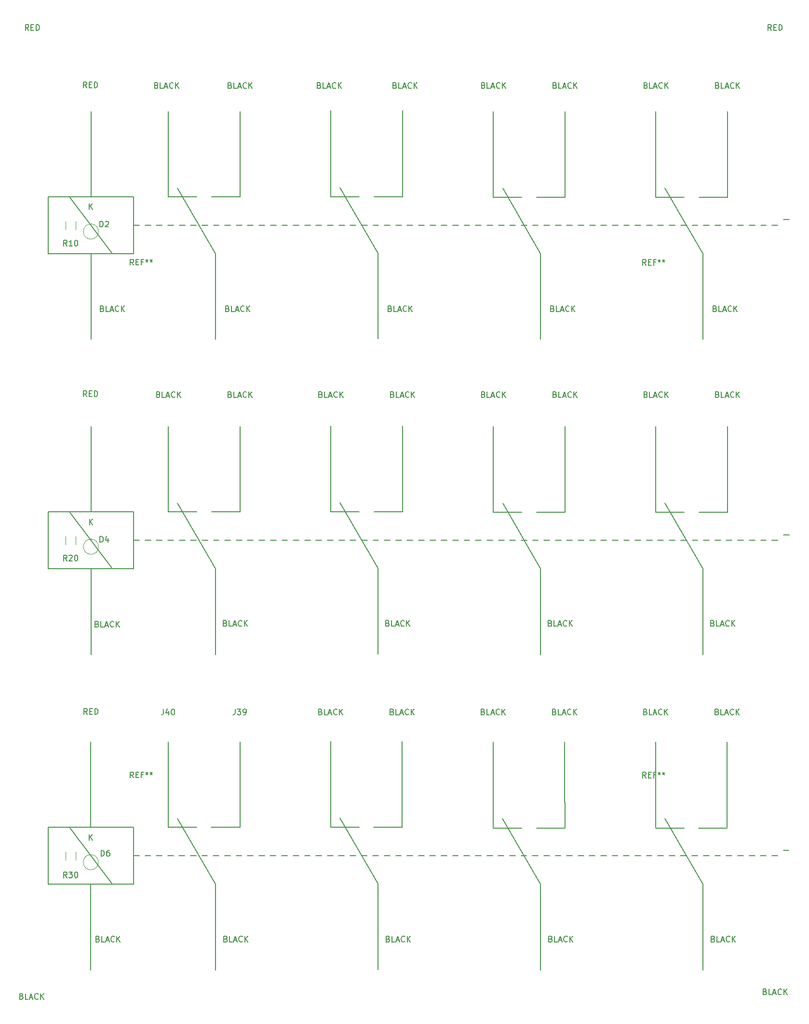
<source format=gbr>
G04 #@! TF.GenerationSoftware,KiCad,Pcbnew,(5.1.9)-1*
G04 #@! TF.CreationDate,2021-11-09T15:42:33+01:00*
G04 #@! TF.ProjectId,RelayControls-HPK,52656c61-7943-46f6-9e74-726f6c732d48,V0.1*
G04 #@! TF.SameCoordinates,Original*
G04 #@! TF.FileFunction,Legend,Top*
G04 #@! TF.FilePolarity,Positive*
%FSLAX46Y46*%
G04 Gerber Fmt 4.6, Leading zero omitted, Abs format (unit mm)*
G04 Created by KiCad (PCBNEW (5.1.9)-1) date 2021-11-09 15:42:33*
%MOMM*%
%LPD*%
G01*
G04 APERTURE LIST*
%ADD10C,0.200000*%
%ADD11C,0.120000*%
%ADD12C,0.150000*%
G04 APERTURE END LIST*
D10*
X46775000Y-170055000D02*
X47775000Y-170055000D01*
X72800000Y-170055000D02*
X73800000Y-170055000D01*
X106825000Y-170055000D02*
X107825000Y-170055000D01*
X52775000Y-170055000D02*
X53775000Y-170055000D01*
X56775000Y-170055000D02*
X57775000Y-170055000D01*
X62775000Y-170055000D02*
X63775000Y-170055000D01*
X63450000Y-150055000D02*
X63450000Y-160605000D01*
X50775000Y-170055000D02*
X51775000Y-170055000D01*
X58775000Y-170055000D02*
X59775000Y-170055000D01*
X33525000Y-165055000D02*
X41025000Y-175055000D01*
X37275000Y-165055000D02*
X37275000Y-150055000D01*
X94800000Y-170055000D02*
X95800000Y-170055000D01*
X54775000Y-170055000D02*
X55775000Y-170055000D01*
X63450000Y-160605000D02*
X63450000Y-165055000D01*
X100800000Y-170055000D02*
X101800000Y-170055000D01*
X86800000Y-170055000D02*
X87800000Y-170055000D01*
X82800000Y-170055000D02*
X83800000Y-170055000D01*
X70800000Y-170055000D02*
X71800000Y-170055000D01*
X152875000Y-170055000D02*
X153875000Y-170055000D01*
X108825000Y-170055000D02*
X109825000Y-170055000D01*
X92800000Y-170055000D02*
X93800000Y-170055000D01*
X50875000Y-150055000D02*
X50875000Y-160605000D01*
X84800000Y-170055000D02*
X85800000Y-170055000D01*
X98800000Y-170055000D02*
X99800000Y-170055000D01*
X48775000Y-170055000D02*
X49775000Y-170055000D01*
X64775000Y-170055000D02*
X65775000Y-170055000D01*
X50875000Y-160605000D02*
X50875000Y-165055000D01*
X60775000Y-170055000D02*
X61775000Y-170055000D01*
X88800000Y-170055000D02*
X89800000Y-170055000D01*
X158875000Y-169055000D02*
X159875000Y-169055000D01*
X68775000Y-170055000D02*
X69775000Y-170055000D01*
X116220000Y-175055000D02*
X109570000Y-163530000D01*
X120825000Y-170055000D02*
X121825000Y-170055000D01*
X132825000Y-170055000D02*
X133825000Y-170055000D01*
X128825000Y-170055000D02*
X129825000Y-170055000D01*
X37275000Y-175055000D02*
X37275000Y-190055000D01*
X136825000Y-170055000D02*
X137825000Y-170055000D01*
X156875000Y-170055000D02*
X157875000Y-170055000D01*
X107945000Y-150055000D02*
X107945000Y-160605000D01*
X29775000Y-175055000D02*
X29775000Y-165055000D01*
X126825000Y-170055000D02*
X127825000Y-170055000D01*
X116225000Y-190080000D02*
X116220000Y-175055000D01*
X90800000Y-170055000D02*
X91800000Y-170055000D01*
X144850000Y-170055000D02*
X145850000Y-170055000D01*
X148850000Y-170055000D02*
X149850000Y-170055000D01*
X50875000Y-165055000D02*
X55875000Y-165055000D01*
X107945000Y-165155000D02*
X112945000Y-165155000D01*
X134825000Y-170055000D02*
X135825000Y-170055000D01*
X118825000Y-170055000D02*
X119825000Y-170055000D01*
X44775000Y-165055000D02*
X44775000Y-175055000D01*
X107945000Y-160605000D02*
X107945000Y-165055000D01*
X116825000Y-170055000D02*
X117825000Y-170055000D01*
X120520000Y-160605000D02*
X120520000Y-165055000D01*
X122825000Y-170055000D02*
X123825000Y-170055000D01*
X120500000Y-150055000D02*
X120500000Y-160605000D01*
X154875000Y-170055000D02*
X155875000Y-170055000D01*
X59155000Y-190080000D02*
X59150000Y-175055000D01*
X66775000Y-170055000D02*
X67775000Y-170055000D01*
X96800000Y-170055000D02*
X97800000Y-170055000D01*
X136470000Y-150055000D02*
X136470000Y-160605000D01*
X58450000Y-165055000D02*
X63450000Y-165055000D01*
X142850000Y-170055000D02*
X143850000Y-170055000D01*
X146850000Y-170055000D02*
X147850000Y-170055000D01*
X59150000Y-175055000D02*
X52500000Y-163530000D01*
X115520000Y-165155000D02*
X120520000Y-165155000D01*
X44775000Y-165055000D02*
X29775000Y-165055000D01*
X130825000Y-170055000D02*
X131825000Y-170055000D01*
X79400000Y-165055000D02*
X84400000Y-165055000D01*
X136470000Y-160605000D02*
X136470000Y-165055000D01*
X149045000Y-160605000D02*
X149045000Y-165055000D01*
X144745000Y-175055000D02*
X138095000Y-163530000D01*
X78800000Y-170055000D02*
X79800000Y-170055000D01*
X74800000Y-170055000D02*
X75800000Y-170055000D01*
X149045000Y-150055000D02*
X149045000Y-160605000D01*
X144045000Y-165155000D02*
X149045000Y-165155000D01*
X138825000Y-170055000D02*
X139825000Y-170055000D01*
X150850000Y-170055000D02*
X151850000Y-170055000D01*
X104800000Y-170055000D02*
X105800000Y-170055000D01*
X112825000Y-170055000D02*
X113825000Y-170055000D01*
X87680000Y-189980000D02*
X87675000Y-174955000D01*
X114825000Y-170055000D02*
X115825000Y-170055000D01*
X102800000Y-170055000D02*
X103800000Y-170055000D01*
X110825000Y-170055000D02*
X111825000Y-170055000D01*
X79400000Y-160505000D02*
X79400000Y-164955000D01*
X91975000Y-149955000D02*
X91975000Y-160505000D01*
X86975000Y-165055000D02*
X91975000Y-165055000D01*
X44775000Y-170055000D02*
X45775000Y-170055000D01*
X144750000Y-190080000D02*
X144745000Y-175055000D01*
X136470000Y-165155000D02*
X141470000Y-165155000D01*
X124825000Y-170055000D02*
X125825000Y-170055000D01*
X140825000Y-170055000D02*
X141825000Y-170055000D01*
X87675000Y-174955000D02*
X81025000Y-163430000D01*
X80800000Y-170055000D02*
X81800000Y-170055000D01*
X79400000Y-149955000D02*
X79400000Y-160505000D01*
X76800000Y-170055000D02*
X77800000Y-170055000D01*
X29775000Y-175055000D02*
X44775000Y-175055000D01*
X91975000Y-160505000D02*
X91975000Y-164955000D01*
X152900000Y-114675000D02*
X153900000Y-114675000D01*
X108850000Y-114675000D02*
X109850000Y-114675000D01*
X63475000Y-105225000D02*
X63475000Y-109675000D01*
X63475000Y-94675000D02*
X63475000Y-105225000D01*
X50900000Y-105225000D02*
X50900000Y-109675000D01*
X50900000Y-94675000D02*
X50900000Y-105225000D01*
X72825000Y-114675000D02*
X73825000Y-114675000D01*
X70825000Y-114675000D02*
X71825000Y-114675000D01*
X50800000Y-114675000D02*
X51800000Y-114675000D01*
X46800000Y-114675000D02*
X47800000Y-114675000D01*
X48800000Y-114675000D02*
X49800000Y-114675000D01*
X64800000Y-114675000D02*
X65800000Y-114675000D01*
X60800000Y-114675000D02*
X61800000Y-114675000D01*
X58800000Y-114675000D02*
X59800000Y-114675000D01*
X56800000Y-114675000D02*
X57800000Y-114675000D01*
X62800000Y-114675000D02*
X63800000Y-114675000D01*
X54800000Y-114675000D02*
X55800000Y-114675000D01*
X52800000Y-114675000D02*
X53800000Y-114675000D01*
X33550000Y-109675000D02*
X41050000Y-119675000D01*
X37300000Y-109675000D02*
X37300000Y-94675000D01*
X106850000Y-114675000D02*
X107850000Y-114675000D01*
X94825000Y-114675000D02*
X95825000Y-114675000D01*
X86825000Y-114675000D02*
X87825000Y-114675000D01*
X82825000Y-114675000D02*
X83825000Y-114675000D01*
X84825000Y-114675000D02*
X85825000Y-114675000D01*
X100825000Y-114675000D02*
X101825000Y-114675000D01*
X98825000Y-114675000D02*
X99825000Y-114675000D01*
X88825000Y-114675000D02*
X89825000Y-114675000D01*
X92825000Y-114675000D02*
X93825000Y-114675000D01*
X96825000Y-114675000D02*
X97825000Y-114675000D01*
X90825000Y-114675000D02*
X91825000Y-114675000D01*
X58475000Y-109675000D02*
X63475000Y-109675000D01*
X50900000Y-109675000D02*
X55900000Y-109675000D01*
X142875000Y-114675000D02*
X143875000Y-114675000D01*
X146875000Y-114675000D02*
X147875000Y-114675000D01*
X122850000Y-114675000D02*
X123850000Y-114675000D01*
X144875000Y-114675000D02*
X145875000Y-114675000D01*
X118850000Y-114675000D02*
X119850000Y-114675000D01*
X132850000Y-114675000D02*
X133850000Y-114675000D01*
X136850000Y-114675000D02*
X137850000Y-114675000D01*
X154900000Y-114675000D02*
X155900000Y-114675000D01*
X130850000Y-114675000D02*
X131850000Y-114675000D01*
X120850000Y-114675000D02*
X121850000Y-114675000D01*
X158900000Y-113675000D02*
X159900000Y-113675000D01*
X156900000Y-114675000D02*
X157900000Y-114675000D01*
X116850000Y-114675000D02*
X117850000Y-114675000D01*
X148875000Y-114675000D02*
X149875000Y-114675000D01*
X128850000Y-114675000D02*
X129850000Y-114675000D01*
X134850000Y-114675000D02*
X135850000Y-114675000D01*
X126850000Y-114675000D02*
X127850000Y-114675000D01*
X107970000Y-105225000D02*
X107970000Y-109675000D01*
X120545000Y-105225000D02*
X120545000Y-109675000D01*
X115545000Y-109775000D02*
X120545000Y-109775000D01*
X120525000Y-94675000D02*
X120525000Y-105225000D01*
X107970000Y-94675000D02*
X107970000Y-105225000D01*
X107970000Y-109775000D02*
X112970000Y-109775000D01*
X116245000Y-119675000D02*
X109595000Y-108150000D01*
X116250000Y-134700000D02*
X116245000Y-119675000D01*
X59175000Y-119675000D02*
X52525000Y-108150000D01*
X59180000Y-134700000D02*
X59175000Y-119675000D01*
X68800000Y-114675000D02*
X69800000Y-114675000D01*
X66800000Y-114675000D02*
X67800000Y-114675000D01*
X37300000Y-119675000D02*
X37300000Y-134675000D01*
X44800000Y-109675000D02*
X29800000Y-109675000D01*
X44800000Y-109675000D02*
X44800000Y-119675000D01*
X29800000Y-119675000D02*
X29800000Y-109675000D01*
X136495000Y-94675000D02*
X136495000Y-105225000D01*
X149070000Y-105225000D02*
X149070000Y-109675000D01*
X149070000Y-94675000D02*
X149070000Y-105225000D01*
X144775000Y-134700000D02*
X144770000Y-119675000D01*
X136495000Y-105225000D02*
X136495000Y-109675000D01*
X136495000Y-109775000D02*
X141495000Y-109775000D01*
X144770000Y-119675000D02*
X138120000Y-108150000D01*
X144070000Y-109775000D02*
X149070000Y-109775000D01*
X29800000Y-119675000D02*
X44800000Y-119675000D01*
X138850000Y-114675000D02*
X139850000Y-114675000D01*
X124850000Y-114675000D02*
X125850000Y-114675000D01*
X140850000Y-114675000D02*
X141850000Y-114675000D01*
X150875000Y-114675000D02*
X151875000Y-114675000D01*
X80825000Y-114675000D02*
X81825000Y-114675000D01*
X104825000Y-114675000D02*
X105825000Y-114675000D01*
X102825000Y-114675000D02*
X103825000Y-114675000D01*
X110850000Y-114675000D02*
X111850000Y-114675000D01*
X112850000Y-114675000D02*
X113850000Y-114675000D01*
X114850000Y-114675000D02*
X115850000Y-114675000D01*
X79425000Y-109675000D02*
X84425000Y-109675000D01*
X87700000Y-119575000D02*
X81050000Y-108050000D01*
X87000000Y-109675000D02*
X92000000Y-109675000D01*
X87697500Y-134600000D02*
X87692500Y-119575000D01*
X92000000Y-105125000D02*
X92000000Y-109575000D01*
X92000000Y-94575000D02*
X92000000Y-105125000D01*
X79425000Y-105125000D02*
X79425000Y-109575000D01*
X79425000Y-94575000D02*
X79425000Y-105125000D01*
X44800000Y-114675000D02*
X45800000Y-114675000D01*
X74825000Y-114675000D02*
X75825000Y-114675000D01*
X76825000Y-114675000D02*
X77825000Y-114675000D01*
X78825000Y-114675000D02*
X79825000Y-114675000D01*
X140850000Y-59350000D02*
X141850000Y-59350000D01*
X150875000Y-59350000D02*
X151875000Y-59350000D01*
X124850000Y-59350000D02*
X125850000Y-59350000D01*
X138850000Y-59350000D02*
X139850000Y-59350000D01*
X116850000Y-59350000D02*
X117850000Y-59350000D01*
X148875000Y-59350000D02*
X149875000Y-59350000D01*
X128850000Y-59350000D02*
X129850000Y-59350000D01*
X134850000Y-59350000D02*
X135850000Y-59350000D01*
X126850000Y-59350000D02*
X127850000Y-59350000D01*
X146875000Y-59350000D02*
X147875000Y-59350000D01*
X144875000Y-59350000D02*
X145875000Y-59350000D01*
X118850000Y-59350000D02*
X119850000Y-59350000D01*
X132850000Y-59350000D02*
X133850000Y-59350000D01*
X136850000Y-59350000D02*
X137850000Y-59350000D01*
X122850000Y-59350000D02*
X123850000Y-59350000D01*
X130850000Y-59350000D02*
X131850000Y-59350000D01*
X142875000Y-59350000D02*
X143875000Y-59350000D01*
X120850000Y-59350000D02*
X121850000Y-59350000D01*
X158900000Y-58350000D02*
X159900000Y-58350000D01*
X154900000Y-59350000D02*
X155900000Y-59350000D01*
X156900000Y-59350000D02*
X157900000Y-59350000D01*
X152900000Y-59350000D02*
X153900000Y-59350000D01*
X108850000Y-59350000D02*
X109850000Y-59350000D01*
X106850000Y-59350000D02*
X107850000Y-59350000D01*
X86825000Y-59350000D02*
X87825000Y-59350000D01*
X82825000Y-59350000D02*
X83825000Y-59350000D01*
X84825000Y-59350000D02*
X85825000Y-59350000D01*
X100825000Y-59350000D02*
X101825000Y-59350000D01*
X96825000Y-59350000D02*
X97825000Y-59350000D01*
X94825000Y-59350000D02*
X95825000Y-59350000D01*
X92825000Y-59350000D02*
X93825000Y-59350000D01*
X98825000Y-59350000D02*
X99825000Y-59350000D01*
X90825000Y-59350000D02*
X91825000Y-59350000D01*
X88825000Y-59350000D02*
X89825000Y-59350000D01*
X104825000Y-59350000D02*
X105825000Y-59350000D01*
X102825000Y-59350000D02*
X103825000Y-59350000D01*
X80825000Y-59350000D02*
X81825000Y-59350000D01*
X110850000Y-59350000D02*
X111850000Y-59350000D01*
X112850000Y-59350000D02*
X113850000Y-59350000D01*
X114850000Y-59350000D02*
X115850000Y-59350000D01*
X78825000Y-59350000D02*
X79825000Y-59350000D01*
X76825000Y-59350000D02*
X77825000Y-59350000D01*
X74825000Y-59350000D02*
X75825000Y-59350000D01*
X72825000Y-59350000D02*
X73825000Y-59350000D01*
X70825000Y-59350000D02*
X71825000Y-59350000D01*
X68800000Y-59350000D02*
X69800000Y-59350000D01*
X66800000Y-59350000D02*
X67800000Y-59350000D01*
X64800000Y-59350000D02*
X65800000Y-59350000D01*
X62800000Y-59350000D02*
X63800000Y-59350000D01*
X60800000Y-59350000D02*
X61800000Y-59350000D01*
X58800000Y-59350000D02*
X59800000Y-59350000D01*
X56800000Y-59350000D02*
X57800000Y-59350000D01*
X54800000Y-59350000D02*
X55800000Y-59350000D01*
X52800000Y-59350000D02*
X53800000Y-59350000D01*
X50800000Y-59350000D02*
X51800000Y-59350000D01*
X48800000Y-59350000D02*
X49800000Y-59350000D01*
X46800000Y-59350000D02*
X47800000Y-59350000D01*
X44800000Y-59350000D02*
X45800000Y-59350000D01*
X136495000Y-49900000D02*
X136495000Y-54350000D01*
X149070000Y-49900000D02*
X149070000Y-54350000D01*
X144070000Y-54450000D02*
X149070000Y-54450000D01*
X149070000Y-39350000D02*
X149070000Y-49900000D01*
X136495000Y-39350000D02*
X136495000Y-49900000D01*
X136495000Y-54450000D02*
X141495000Y-54450000D01*
X144770000Y-64350000D02*
X138120000Y-52825000D01*
X144775000Y-79375000D02*
X144770000Y-64350000D01*
X107970000Y-54450000D02*
X112970000Y-54450000D01*
X116245000Y-64350000D02*
X109595000Y-52825000D01*
X115545000Y-54450000D02*
X120545000Y-54450000D01*
X116250000Y-79375000D02*
X116245000Y-64350000D01*
X120545000Y-49900000D02*
X120545000Y-54350000D01*
X120525000Y-39350000D02*
X120525000Y-49900000D01*
X107970000Y-49900000D02*
X107970000Y-54350000D01*
X107970000Y-39350000D02*
X107970000Y-49900000D01*
X92000000Y-49800000D02*
X92000000Y-54250000D01*
X92000000Y-39250000D02*
X92000000Y-49800000D01*
X79425000Y-49800000D02*
X79425000Y-54250000D01*
X79425000Y-39250000D02*
X79425000Y-49800000D01*
X87000000Y-54350000D02*
X92000000Y-54350000D01*
X79425000Y-54350000D02*
X84425000Y-54350000D01*
X87700000Y-64250000D02*
X81050000Y-52725000D01*
X87705000Y-79275000D02*
X87700000Y-64250000D01*
X59175000Y-64350000D02*
X52525000Y-52825000D01*
X59180000Y-79375000D02*
X59175000Y-64350000D01*
X58475000Y-54350000D02*
X63475000Y-54350000D01*
X50900000Y-54350000D02*
X55900000Y-54350000D01*
X63475000Y-49900000D02*
X63475000Y-54350000D01*
X63475000Y-39350000D02*
X63475000Y-49900000D01*
X50900000Y-49900000D02*
X50900000Y-54350000D01*
X50900000Y-39350000D02*
X50900000Y-49900000D01*
X37300000Y-64350000D02*
X37300000Y-79350000D01*
X37290000Y-54350000D02*
X37290000Y-39350000D01*
X33550000Y-54350000D02*
X41050000Y-64350000D01*
X29800000Y-64350000D02*
X29800000Y-54350000D01*
X44800000Y-54350000D02*
X29800000Y-54350000D01*
X44800000Y-54350000D02*
X44800000Y-64350000D01*
X29800000Y-64350000D02*
X44800000Y-64350000D01*
D11*
X38616371Y-60464315D02*
G75*
G03*
X38616371Y-60464315I-1326371J0D01*
G01*
X37290000Y-59137944D02*
X37290000Y-59024315D01*
X38626371Y-115789315D02*
G75*
G03*
X38626371Y-115789315I-1326371J0D01*
G01*
X37300000Y-114462944D02*
X37300000Y-114349315D01*
X37275000Y-169842944D02*
X37275000Y-169729315D01*
X38601371Y-171169315D02*
G75*
G03*
X38601371Y-171169315I-1326371J0D01*
G01*
X34630000Y-60113879D02*
X34630000Y-58659751D01*
X32810000Y-60113879D02*
X32810000Y-58659751D01*
X32810000Y-115438879D02*
X32810000Y-113984751D01*
X34630000Y-115438879D02*
X34630000Y-113984751D01*
X32810000Y-170818879D02*
X32810000Y-169364751D01*
X34630000Y-170818879D02*
X34630000Y-169364751D01*
D12*
X134776666Y-66352380D02*
X134443333Y-65876190D01*
X134205238Y-66352380D02*
X134205238Y-65352380D01*
X134586190Y-65352380D01*
X134681428Y-65400000D01*
X134729047Y-65447619D01*
X134776666Y-65542857D01*
X134776666Y-65685714D01*
X134729047Y-65780952D01*
X134681428Y-65828571D01*
X134586190Y-65876190D01*
X134205238Y-65876190D01*
X135205238Y-65828571D02*
X135538571Y-65828571D01*
X135681428Y-66352380D02*
X135205238Y-66352380D01*
X135205238Y-65352380D01*
X135681428Y-65352380D01*
X136443333Y-65828571D02*
X136110000Y-65828571D01*
X136110000Y-66352380D02*
X136110000Y-65352380D01*
X136586190Y-65352380D01*
X137110000Y-65352380D02*
X137110000Y-65590476D01*
X136871904Y-65495238D02*
X137110000Y-65590476D01*
X137348095Y-65495238D01*
X136967142Y-65780952D02*
X137110000Y-65590476D01*
X137252857Y-65780952D01*
X137871904Y-65352380D02*
X137871904Y-65590476D01*
X137633809Y-65495238D02*
X137871904Y-65590476D01*
X138110000Y-65495238D01*
X137729047Y-65780952D02*
X137871904Y-65590476D01*
X138014761Y-65780952D01*
X44786666Y-66342380D02*
X44453333Y-65866190D01*
X44215238Y-66342380D02*
X44215238Y-65342380D01*
X44596190Y-65342380D01*
X44691428Y-65390000D01*
X44739047Y-65437619D01*
X44786666Y-65532857D01*
X44786666Y-65675714D01*
X44739047Y-65770952D01*
X44691428Y-65818571D01*
X44596190Y-65866190D01*
X44215238Y-65866190D01*
X45215238Y-65818571D02*
X45548571Y-65818571D01*
X45691428Y-66342380D02*
X45215238Y-66342380D01*
X45215238Y-65342380D01*
X45691428Y-65342380D01*
X46453333Y-65818571D02*
X46120000Y-65818571D01*
X46120000Y-66342380D02*
X46120000Y-65342380D01*
X46596190Y-65342380D01*
X47120000Y-65342380D02*
X47120000Y-65580476D01*
X46881904Y-65485238D02*
X47120000Y-65580476D01*
X47358095Y-65485238D01*
X46977142Y-65770952D02*
X47120000Y-65580476D01*
X47262857Y-65770952D01*
X47881904Y-65342380D02*
X47881904Y-65580476D01*
X47643809Y-65485238D02*
X47881904Y-65580476D01*
X48120000Y-65485238D01*
X47739047Y-65770952D02*
X47881904Y-65580476D01*
X48024761Y-65770952D01*
X44786666Y-156342380D02*
X44453333Y-155866190D01*
X44215238Y-156342380D02*
X44215238Y-155342380D01*
X44596190Y-155342380D01*
X44691428Y-155390000D01*
X44739047Y-155437619D01*
X44786666Y-155532857D01*
X44786666Y-155675714D01*
X44739047Y-155770952D01*
X44691428Y-155818571D01*
X44596190Y-155866190D01*
X44215238Y-155866190D01*
X45215238Y-155818571D02*
X45548571Y-155818571D01*
X45691428Y-156342380D02*
X45215238Y-156342380D01*
X45215238Y-155342380D01*
X45691428Y-155342380D01*
X46453333Y-155818571D02*
X46120000Y-155818571D01*
X46120000Y-156342380D02*
X46120000Y-155342380D01*
X46596190Y-155342380D01*
X47120000Y-155342380D02*
X47120000Y-155580476D01*
X46881904Y-155485238D02*
X47120000Y-155580476D01*
X47358095Y-155485238D01*
X46977142Y-155770952D02*
X47120000Y-155580476D01*
X47262857Y-155770952D01*
X47881904Y-155342380D02*
X47881904Y-155580476D01*
X47643809Y-155485238D02*
X47881904Y-155580476D01*
X48120000Y-155485238D01*
X47739047Y-155770952D02*
X47881904Y-155580476D01*
X48024761Y-155770952D01*
X134776666Y-156352380D02*
X134443333Y-155876190D01*
X134205238Y-156352380D02*
X134205238Y-155352380D01*
X134586190Y-155352380D01*
X134681428Y-155400000D01*
X134729047Y-155447619D01*
X134776666Y-155542857D01*
X134776666Y-155685714D01*
X134729047Y-155780952D01*
X134681428Y-155828571D01*
X134586190Y-155876190D01*
X134205238Y-155876190D01*
X135205238Y-155828571D02*
X135538571Y-155828571D01*
X135681428Y-156352380D02*
X135205238Y-156352380D01*
X135205238Y-155352380D01*
X135681428Y-155352380D01*
X136443333Y-155828571D02*
X136110000Y-155828571D01*
X136110000Y-156352380D02*
X136110000Y-155352380D01*
X136586190Y-155352380D01*
X137110000Y-155352380D02*
X137110000Y-155590476D01*
X136871904Y-155495238D02*
X137110000Y-155590476D01*
X137348095Y-155495238D01*
X136967142Y-155780952D02*
X137110000Y-155590476D01*
X137252857Y-155780952D01*
X137871904Y-155352380D02*
X137871904Y-155590476D01*
X137633809Y-155495238D02*
X137871904Y-155590476D01*
X138110000Y-155495238D01*
X137729047Y-155780952D02*
X137871904Y-155590476D01*
X138014761Y-155780952D01*
X38518095Y-184628571D02*
X38660952Y-184676190D01*
X38708571Y-184723809D01*
X38756190Y-184819047D01*
X38756190Y-184961904D01*
X38708571Y-185057142D01*
X38660952Y-185104761D01*
X38565714Y-185152380D01*
X38184761Y-185152380D01*
X38184761Y-184152380D01*
X38518095Y-184152380D01*
X38613333Y-184200000D01*
X38660952Y-184247619D01*
X38708571Y-184342857D01*
X38708571Y-184438095D01*
X38660952Y-184533333D01*
X38613333Y-184580952D01*
X38518095Y-184628571D01*
X38184761Y-184628571D01*
X39660952Y-185152380D02*
X39184761Y-185152380D01*
X39184761Y-184152380D01*
X39946666Y-184866666D02*
X40422857Y-184866666D01*
X39851428Y-185152380D02*
X40184761Y-184152380D01*
X40518095Y-185152380D01*
X41422857Y-185057142D02*
X41375238Y-185104761D01*
X41232380Y-185152380D01*
X41137142Y-185152380D01*
X40994285Y-185104761D01*
X40899047Y-185009523D01*
X40851428Y-184914285D01*
X40803809Y-184723809D01*
X40803809Y-184580952D01*
X40851428Y-184390476D01*
X40899047Y-184295238D01*
X40994285Y-184200000D01*
X41137142Y-184152380D01*
X41232380Y-184152380D01*
X41375238Y-184200000D01*
X41422857Y-184247619D01*
X41851428Y-185152380D02*
X41851428Y-184152380D01*
X42422857Y-185152380D02*
X41994285Y-184580952D01*
X42422857Y-184152380D02*
X41851428Y-184723809D01*
X26357142Y-25132380D02*
X26023809Y-24656190D01*
X25785714Y-25132380D02*
X25785714Y-24132380D01*
X26166666Y-24132380D01*
X26261904Y-24180000D01*
X26309523Y-24227619D01*
X26357142Y-24322857D01*
X26357142Y-24465714D01*
X26309523Y-24560952D01*
X26261904Y-24608571D01*
X26166666Y-24656190D01*
X25785714Y-24656190D01*
X26785714Y-24608571D02*
X27119047Y-24608571D01*
X27261904Y-25132380D02*
X26785714Y-25132380D01*
X26785714Y-24132380D01*
X27261904Y-24132380D01*
X27690476Y-25132380D02*
X27690476Y-24132380D01*
X27928571Y-24132380D01*
X28071428Y-24180000D01*
X28166666Y-24275238D01*
X28214285Y-24370476D01*
X28261904Y-24560952D01*
X28261904Y-24703809D01*
X28214285Y-24894285D01*
X28166666Y-24989523D01*
X28071428Y-25084761D01*
X27928571Y-25132380D01*
X27690476Y-25132380D01*
X25118095Y-194688571D02*
X25260952Y-194736190D01*
X25308571Y-194783809D01*
X25356190Y-194879047D01*
X25356190Y-195021904D01*
X25308571Y-195117142D01*
X25260952Y-195164761D01*
X25165714Y-195212380D01*
X24784761Y-195212380D01*
X24784761Y-194212380D01*
X25118095Y-194212380D01*
X25213333Y-194260000D01*
X25260952Y-194307619D01*
X25308571Y-194402857D01*
X25308571Y-194498095D01*
X25260952Y-194593333D01*
X25213333Y-194640952D01*
X25118095Y-194688571D01*
X24784761Y-194688571D01*
X26260952Y-195212380D02*
X25784761Y-195212380D01*
X25784761Y-194212380D01*
X26546666Y-194926666D02*
X27022857Y-194926666D01*
X26451428Y-195212380D02*
X26784761Y-194212380D01*
X27118095Y-195212380D01*
X28022857Y-195117142D02*
X27975238Y-195164761D01*
X27832380Y-195212380D01*
X27737142Y-195212380D01*
X27594285Y-195164761D01*
X27499047Y-195069523D01*
X27451428Y-194974285D01*
X27403809Y-194783809D01*
X27403809Y-194640952D01*
X27451428Y-194450476D01*
X27499047Y-194355238D01*
X27594285Y-194260000D01*
X27737142Y-194212380D01*
X27832380Y-194212380D01*
X27975238Y-194260000D01*
X28022857Y-194307619D01*
X28451428Y-195212380D02*
X28451428Y-194212380D01*
X29022857Y-195212380D02*
X28594285Y-194640952D01*
X29022857Y-194212380D02*
X28451428Y-194783809D01*
X39288095Y-73988571D02*
X39430952Y-74036190D01*
X39478571Y-74083809D01*
X39526190Y-74179047D01*
X39526190Y-74321904D01*
X39478571Y-74417142D01*
X39430952Y-74464761D01*
X39335714Y-74512380D01*
X38954761Y-74512380D01*
X38954761Y-73512380D01*
X39288095Y-73512380D01*
X39383333Y-73560000D01*
X39430952Y-73607619D01*
X39478571Y-73702857D01*
X39478571Y-73798095D01*
X39430952Y-73893333D01*
X39383333Y-73940952D01*
X39288095Y-73988571D01*
X38954761Y-73988571D01*
X40430952Y-74512380D02*
X39954761Y-74512380D01*
X39954761Y-73512380D01*
X40716666Y-74226666D02*
X41192857Y-74226666D01*
X40621428Y-74512380D02*
X40954761Y-73512380D01*
X41288095Y-74512380D01*
X42192857Y-74417142D02*
X42145238Y-74464761D01*
X42002380Y-74512380D01*
X41907142Y-74512380D01*
X41764285Y-74464761D01*
X41669047Y-74369523D01*
X41621428Y-74274285D01*
X41573809Y-74083809D01*
X41573809Y-73940952D01*
X41621428Y-73750476D01*
X41669047Y-73655238D01*
X41764285Y-73560000D01*
X41907142Y-73512380D01*
X42002380Y-73512380D01*
X42145238Y-73560000D01*
X42192857Y-73607619D01*
X42621428Y-74512380D02*
X42621428Y-73512380D01*
X43192857Y-74512380D02*
X42764285Y-73940952D01*
X43192857Y-73512380D02*
X42621428Y-74083809D01*
X61300595Y-73988571D02*
X61443452Y-74036190D01*
X61491071Y-74083809D01*
X61538690Y-74179047D01*
X61538690Y-74321904D01*
X61491071Y-74417142D01*
X61443452Y-74464761D01*
X61348214Y-74512380D01*
X60967261Y-74512380D01*
X60967261Y-73512380D01*
X61300595Y-73512380D01*
X61395833Y-73560000D01*
X61443452Y-73607619D01*
X61491071Y-73702857D01*
X61491071Y-73798095D01*
X61443452Y-73893333D01*
X61395833Y-73940952D01*
X61300595Y-73988571D01*
X60967261Y-73988571D01*
X62443452Y-74512380D02*
X61967261Y-74512380D01*
X61967261Y-73512380D01*
X62729166Y-74226666D02*
X63205357Y-74226666D01*
X62633928Y-74512380D02*
X62967261Y-73512380D01*
X63300595Y-74512380D01*
X64205357Y-74417142D02*
X64157738Y-74464761D01*
X64014880Y-74512380D01*
X63919642Y-74512380D01*
X63776785Y-74464761D01*
X63681547Y-74369523D01*
X63633928Y-74274285D01*
X63586309Y-74083809D01*
X63586309Y-73940952D01*
X63633928Y-73750476D01*
X63681547Y-73655238D01*
X63776785Y-73560000D01*
X63919642Y-73512380D01*
X64014880Y-73512380D01*
X64157738Y-73560000D01*
X64205357Y-73607619D01*
X64633928Y-74512380D02*
X64633928Y-73512380D01*
X65205357Y-74512380D02*
X64776785Y-73940952D01*
X65205357Y-73512380D02*
X64633928Y-74083809D01*
X118370595Y-73988571D02*
X118513452Y-74036190D01*
X118561071Y-74083809D01*
X118608690Y-74179047D01*
X118608690Y-74321904D01*
X118561071Y-74417142D01*
X118513452Y-74464761D01*
X118418214Y-74512380D01*
X118037261Y-74512380D01*
X118037261Y-73512380D01*
X118370595Y-73512380D01*
X118465833Y-73560000D01*
X118513452Y-73607619D01*
X118561071Y-73702857D01*
X118561071Y-73798095D01*
X118513452Y-73893333D01*
X118465833Y-73940952D01*
X118370595Y-73988571D01*
X118037261Y-73988571D01*
X119513452Y-74512380D02*
X119037261Y-74512380D01*
X119037261Y-73512380D01*
X119799166Y-74226666D02*
X120275357Y-74226666D01*
X119703928Y-74512380D02*
X120037261Y-73512380D01*
X120370595Y-74512380D01*
X121275357Y-74417142D02*
X121227738Y-74464761D01*
X121084880Y-74512380D01*
X120989642Y-74512380D01*
X120846785Y-74464761D01*
X120751547Y-74369523D01*
X120703928Y-74274285D01*
X120656309Y-74083809D01*
X120656309Y-73940952D01*
X120703928Y-73750476D01*
X120751547Y-73655238D01*
X120846785Y-73560000D01*
X120989642Y-73512380D01*
X121084880Y-73512380D01*
X121227738Y-73560000D01*
X121275357Y-73607619D01*
X121703928Y-74512380D02*
X121703928Y-73512380D01*
X122275357Y-74512380D02*
X121846785Y-73940952D01*
X122275357Y-73512380D02*
X121703928Y-74083809D01*
X89825595Y-73988571D02*
X89968452Y-74036190D01*
X90016071Y-74083809D01*
X90063690Y-74179047D01*
X90063690Y-74321904D01*
X90016071Y-74417142D01*
X89968452Y-74464761D01*
X89873214Y-74512380D01*
X89492261Y-74512380D01*
X89492261Y-73512380D01*
X89825595Y-73512380D01*
X89920833Y-73560000D01*
X89968452Y-73607619D01*
X90016071Y-73702857D01*
X90016071Y-73798095D01*
X89968452Y-73893333D01*
X89920833Y-73940952D01*
X89825595Y-73988571D01*
X89492261Y-73988571D01*
X90968452Y-74512380D02*
X90492261Y-74512380D01*
X90492261Y-73512380D01*
X91254166Y-74226666D02*
X91730357Y-74226666D01*
X91158928Y-74512380D02*
X91492261Y-73512380D01*
X91825595Y-74512380D01*
X92730357Y-74417142D02*
X92682738Y-74464761D01*
X92539880Y-74512380D01*
X92444642Y-74512380D01*
X92301785Y-74464761D01*
X92206547Y-74369523D01*
X92158928Y-74274285D01*
X92111309Y-74083809D01*
X92111309Y-73940952D01*
X92158928Y-73750476D01*
X92206547Y-73655238D01*
X92301785Y-73560000D01*
X92444642Y-73512380D01*
X92539880Y-73512380D01*
X92682738Y-73560000D01*
X92730357Y-73607619D01*
X93158928Y-74512380D02*
X93158928Y-73512380D01*
X93730357Y-74512380D02*
X93301785Y-73940952D01*
X93730357Y-73512380D02*
X93158928Y-74083809D01*
X146895595Y-73988571D02*
X147038452Y-74036190D01*
X147086071Y-74083809D01*
X147133690Y-74179047D01*
X147133690Y-74321904D01*
X147086071Y-74417142D01*
X147038452Y-74464761D01*
X146943214Y-74512380D01*
X146562261Y-74512380D01*
X146562261Y-73512380D01*
X146895595Y-73512380D01*
X146990833Y-73560000D01*
X147038452Y-73607619D01*
X147086071Y-73702857D01*
X147086071Y-73798095D01*
X147038452Y-73893333D01*
X146990833Y-73940952D01*
X146895595Y-73988571D01*
X146562261Y-73988571D01*
X148038452Y-74512380D02*
X147562261Y-74512380D01*
X147562261Y-73512380D01*
X148324166Y-74226666D02*
X148800357Y-74226666D01*
X148228928Y-74512380D02*
X148562261Y-73512380D01*
X148895595Y-74512380D01*
X149800357Y-74417142D02*
X149752738Y-74464761D01*
X149609880Y-74512380D01*
X149514642Y-74512380D01*
X149371785Y-74464761D01*
X149276547Y-74369523D01*
X149228928Y-74274285D01*
X149181309Y-74083809D01*
X149181309Y-73940952D01*
X149228928Y-73750476D01*
X149276547Y-73655238D01*
X149371785Y-73560000D01*
X149514642Y-73512380D01*
X149609880Y-73512380D01*
X149752738Y-73560000D01*
X149800357Y-73607619D01*
X150228928Y-74512380D02*
X150228928Y-73512380D01*
X150800357Y-74512380D02*
X150371785Y-73940952D01*
X150800357Y-73512380D02*
X150228928Y-74083809D01*
X36557142Y-35202380D02*
X36223809Y-34726190D01*
X35985714Y-35202380D02*
X35985714Y-34202380D01*
X36366666Y-34202380D01*
X36461904Y-34250000D01*
X36509523Y-34297619D01*
X36557142Y-34392857D01*
X36557142Y-34535714D01*
X36509523Y-34630952D01*
X36461904Y-34678571D01*
X36366666Y-34726190D01*
X35985714Y-34726190D01*
X36985714Y-34678571D02*
X37319047Y-34678571D01*
X37461904Y-35202380D02*
X36985714Y-35202380D01*
X36985714Y-34202380D01*
X37461904Y-34202380D01*
X37890476Y-35202380D02*
X37890476Y-34202380D01*
X38128571Y-34202380D01*
X38271428Y-34250000D01*
X38366666Y-34345238D01*
X38414285Y-34440476D01*
X38461904Y-34630952D01*
X38461904Y-34773809D01*
X38414285Y-34964285D01*
X38366666Y-35059523D01*
X38271428Y-35154761D01*
X38128571Y-35202380D01*
X37890476Y-35202380D01*
X61713095Y-34798571D02*
X61855952Y-34846190D01*
X61903571Y-34893809D01*
X61951190Y-34989047D01*
X61951190Y-35131904D01*
X61903571Y-35227142D01*
X61855952Y-35274761D01*
X61760714Y-35322380D01*
X61379761Y-35322380D01*
X61379761Y-34322380D01*
X61713095Y-34322380D01*
X61808333Y-34370000D01*
X61855952Y-34417619D01*
X61903571Y-34512857D01*
X61903571Y-34608095D01*
X61855952Y-34703333D01*
X61808333Y-34750952D01*
X61713095Y-34798571D01*
X61379761Y-34798571D01*
X62855952Y-35322380D02*
X62379761Y-35322380D01*
X62379761Y-34322380D01*
X63141666Y-35036666D02*
X63617857Y-35036666D01*
X63046428Y-35322380D02*
X63379761Y-34322380D01*
X63713095Y-35322380D01*
X64617857Y-35227142D02*
X64570238Y-35274761D01*
X64427380Y-35322380D01*
X64332142Y-35322380D01*
X64189285Y-35274761D01*
X64094047Y-35179523D01*
X64046428Y-35084285D01*
X63998809Y-34893809D01*
X63998809Y-34750952D01*
X64046428Y-34560476D01*
X64094047Y-34465238D01*
X64189285Y-34370000D01*
X64332142Y-34322380D01*
X64427380Y-34322380D01*
X64570238Y-34370000D01*
X64617857Y-34417619D01*
X65046428Y-35322380D02*
X65046428Y-34322380D01*
X65617857Y-35322380D02*
X65189285Y-34750952D01*
X65617857Y-34322380D02*
X65046428Y-34893809D01*
X48808095Y-34798571D02*
X48950952Y-34846190D01*
X48998571Y-34893809D01*
X49046190Y-34989047D01*
X49046190Y-35131904D01*
X48998571Y-35227142D01*
X48950952Y-35274761D01*
X48855714Y-35322380D01*
X48474761Y-35322380D01*
X48474761Y-34322380D01*
X48808095Y-34322380D01*
X48903333Y-34370000D01*
X48950952Y-34417619D01*
X48998571Y-34512857D01*
X48998571Y-34608095D01*
X48950952Y-34703333D01*
X48903333Y-34750952D01*
X48808095Y-34798571D01*
X48474761Y-34798571D01*
X49950952Y-35322380D02*
X49474761Y-35322380D01*
X49474761Y-34322380D01*
X50236666Y-35036666D02*
X50712857Y-35036666D01*
X50141428Y-35322380D02*
X50474761Y-34322380D01*
X50808095Y-35322380D01*
X51712857Y-35227142D02*
X51665238Y-35274761D01*
X51522380Y-35322380D01*
X51427142Y-35322380D01*
X51284285Y-35274761D01*
X51189047Y-35179523D01*
X51141428Y-35084285D01*
X51093809Y-34893809D01*
X51093809Y-34750952D01*
X51141428Y-34560476D01*
X51189047Y-34465238D01*
X51284285Y-34370000D01*
X51427142Y-34322380D01*
X51522380Y-34322380D01*
X51665238Y-34370000D01*
X51712857Y-34417619D01*
X52141428Y-35322380D02*
X52141428Y-34322380D01*
X52712857Y-35322380D02*
X52284285Y-34750952D01*
X52712857Y-34322380D02*
X52141428Y-34893809D01*
X118763095Y-34798571D02*
X118905952Y-34846190D01*
X118953571Y-34893809D01*
X119001190Y-34989047D01*
X119001190Y-35131904D01*
X118953571Y-35227142D01*
X118905952Y-35274761D01*
X118810714Y-35322380D01*
X118429761Y-35322380D01*
X118429761Y-34322380D01*
X118763095Y-34322380D01*
X118858333Y-34370000D01*
X118905952Y-34417619D01*
X118953571Y-34512857D01*
X118953571Y-34608095D01*
X118905952Y-34703333D01*
X118858333Y-34750952D01*
X118763095Y-34798571D01*
X118429761Y-34798571D01*
X119905952Y-35322380D02*
X119429761Y-35322380D01*
X119429761Y-34322380D01*
X120191666Y-35036666D02*
X120667857Y-35036666D01*
X120096428Y-35322380D02*
X120429761Y-34322380D01*
X120763095Y-35322380D01*
X121667857Y-35227142D02*
X121620238Y-35274761D01*
X121477380Y-35322380D01*
X121382142Y-35322380D01*
X121239285Y-35274761D01*
X121144047Y-35179523D01*
X121096428Y-35084285D01*
X121048809Y-34893809D01*
X121048809Y-34750952D01*
X121096428Y-34560476D01*
X121144047Y-34465238D01*
X121239285Y-34370000D01*
X121382142Y-34322380D01*
X121477380Y-34322380D01*
X121620238Y-34370000D01*
X121667857Y-34417619D01*
X122096428Y-35322380D02*
X122096428Y-34322380D01*
X122667857Y-35322380D02*
X122239285Y-34750952D01*
X122667857Y-34322380D02*
X122096428Y-34893809D01*
X106208095Y-34798571D02*
X106350952Y-34846190D01*
X106398571Y-34893809D01*
X106446190Y-34989047D01*
X106446190Y-35131904D01*
X106398571Y-35227142D01*
X106350952Y-35274761D01*
X106255714Y-35322380D01*
X105874761Y-35322380D01*
X105874761Y-34322380D01*
X106208095Y-34322380D01*
X106303333Y-34370000D01*
X106350952Y-34417619D01*
X106398571Y-34512857D01*
X106398571Y-34608095D01*
X106350952Y-34703333D01*
X106303333Y-34750952D01*
X106208095Y-34798571D01*
X105874761Y-34798571D01*
X107350952Y-35322380D02*
X106874761Y-35322380D01*
X106874761Y-34322380D01*
X107636666Y-35036666D02*
X108112857Y-35036666D01*
X107541428Y-35322380D02*
X107874761Y-34322380D01*
X108208095Y-35322380D01*
X109112857Y-35227142D02*
X109065238Y-35274761D01*
X108922380Y-35322380D01*
X108827142Y-35322380D01*
X108684285Y-35274761D01*
X108589047Y-35179523D01*
X108541428Y-35084285D01*
X108493809Y-34893809D01*
X108493809Y-34750952D01*
X108541428Y-34560476D01*
X108589047Y-34465238D01*
X108684285Y-34370000D01*
X108827142Y-34322380D01*
X108922380Y-34322380D01*
X109065238Y-34370000D01*
X109112857Y-34417619D01*
X109541428Y-35322380D02*
X109541428Y-34322380D01*
X110112857Y-35322380D02*
X109684285Y-34750952D01*
X110112857Y-34322380D02*
X109541428Y-34893809D01*
X90686666Y-34798571D02*
X90829523Y-34846190D01*
X90877142Y-34893809D01*
X90924761Y-34989047D01*
X90924761Y-35131904D01*
X90877142Y-35227142D01*
X90829523Y-35274761D01*
X90734285Y-35322380D01*
X90353332Y-35322380D01*
X90353332Y-34322380D01*
X90686666Y-34322380D01*
X90781904Y-34370000D01*
X90829523Y-34417619D01*
X90877142Y-34512857D01*
X90877142Y-34608095D01*
X90829523Y-34703333D01*
X90781904Y-34750952D01*
X90686666Y-34798571D01*
X90353332Y-34798571D01*
X91829523Y-35322380D02*
X91353332Y-35322380D01*
X91353332Y-34322380D01*
X92115237Y-35036666D02*
X92591428Y-35036666D01*
X92019999Y-35322380D02*
X92353332Y-34322380D01*
X92686666Y-35322380D01*
X93591428Y-35227142D02*
X93543809Y-35274761D01*
X93400951Y-35322380D01*
X93305713Y-35322380D01*
X93162856Y-35274761D01*
X93067618Y-35179523D01*
X93019999Y-35084285D01*
X92972380Y-34893809D01*
X92972380Y-34750952D01*
X93019999Y-34560476D01*
X93067618Y-34465238D01*
X93162856Y-34370000D01*
X93305713Y-34322380D01*
X93400951Y-34322380D01*
X93543809Y-34370000D01*
X93591428Y-34417619D01*
X94019999Y-35322380D02*
X94019999Y-34322380D01*
X94591428Y-35322380D02*
X94162856Y-34750952D01*
X94591428Y-34322380D02*
X94019999Y-34893809D01*
X77393809Y-34798571D02*
X77536666Y-34846190D01*
X77584285Y-34893809D01*
X77631904Y-34989047D01*
X77631904Y-35131904D01*
X77584285Y-35227142D01*
X77536666Y-35274761D01*
X77441428Y-35322380D01*
X77060475Y-35322380D01*
X77060475Y-34322380D01*
X77393809Y-34322380D01*
X77489047Y-34370000D01*
X77536666Y-34417619D01*
X77584285Y-34512857D01*
X77584285Y-34608095D01*
X77536666Y-34703333D01*
X77489047Y-34750952D01*
X77393809Y-34798571D01*
X77060475Y-34798571D01*
X78536666Y-35322380D02*
X78060475Y-35322380D01*
X78060475Y-34322380D01*
X78822380Y-35036666D02*
X79298571Y-35036666D01*
X78727142Y-35322380D02*
X79060475Y-34322380D01*
X79393809Y-35322380D01*
X80298571Y-35227142D02*
X80250952Y-35274761D01*
X80108094Y-35322380D01*
X80012856Y-35322380D01*
X79869999Y-35274761D01*
X79774761Y-35179523D01*
X79727142Y-35084285D01*
X79679523Y-34893809D01*
X79679523Y-34750952D01*
X79727142Y-34560476D01*
X79774761Y-34465238D01*
X79869999Y-34370000D01*
X80012856Y-34322380D01*
X80108094Y-34322380D01*
X80250952Y-34370000D01*
X80298571Y-34417619D01*
X80727142Y-35322380D02*
X80727142Y-34322380D01*
X81298571Y-35322380D02*
X80869999Y-34750952D01*
X81298571Y-34322380D02*
X80727142Y-34893809D01*
X147308095Y-34798571D02*
X147450952Y-34846190D01*
X147498571Y-34893809D01*
X147546190Y-34989047D01*
X147546190Y-35131904D01*
X147498571Y-35227142D01*
X147450952Y-35274761D01*
X147355714Y-35322380D01*
X146974761Y-35322380D01*
X146974761Y-34322380D01*
X147308095Y-34322380D01*
X147403333Y-34370000D01*
X147450952Y-34417619D01*
X147498571Y-34512857D01*
X147498571Y-34608095D01*
X147450952Y-34703333D01*
X147403333Y-34750952D01*
X147308095Y-34798571D01*
X146974761Y-34798571D01*
X148450952Y-35322380D02*
X147974761Y-35322380D01*
X147974761Y-34322380D01*
X148736666Y-35036666D02*
X149212857Y-35036666D01*
X148641428Y-35322380D02*
X148974761Y-34322380D01*
X149308095Y-35322380D01*
X150212857Y-35227142D02*
X150165238Y-35274761D01*
X150022380Y-35322380D01*
X149927142Y-35322380D01*
X149784285Y-35274761D01*
X149689047Y-35179523D01*
X149641428Y-35084285D01*
X149593809Y-34893809D01*
X149593809Y-34750952D01*
X149641428Y-34560476D01*
X149689047Y-34465238D01*
X149784285Y-34370000D01*
X149927142Y-34322380D01*
X150022380Y-34322380D01*
X150165238Y-34370000D01*
X150212857Y-34417619D01*
X150641428Y-35322380D02*
X150641428Y-34322380D01*
X151212857Y-35322380D02*
X150784285Y-34750952D01*
X151212857Y-34322380D02*
X150641428Y-34893809D01*
X134733095Y-34798571D02*
X134875952Y-34846190D01*
X134923571Y-34893809D01*
X134971190Y-34989047D01*
X134971190Y-35131904D01*
X134923571Y-35227142D01*
X134875952Y-35274761D01*
X134780714Y-35322380D01*
X134399761Y-35322380D01*
X134399761Y-34322380D01*
X134733095Y-34322380D01*
X134828333Y-34370000D01*
X134875952Y-34417619D01*
X134923571Y-34512857D01*
X134923571Y-34608095D01*
X134875952Y-34703333D01*
X134828333Y-34750952D01*
X134733095Y-34798571D01*
X134399761Y-34798571D01*
X135875952Y-35322380D02*
X135399761Y-35322380D01*
X135399761Y-34322380D01*
X136161666Y-35036666D02*
X136637857Y-35036666D01*
X136066428Y-35322380D02*
X136399761Y-34322380D01*
X136733095Y-35322380D01*
X137637857Y-35227142D02*
X137590238Y-35274761D01*
X137447380Y-35322380D01*
X137352142Y-35322380D01*
X137209285Y-35274761D01*
X137114047Y-35179523D01*
X137066428Y-35084285D01*
X137018809Y-34893809D01*
X137018809Y-34750952D01*
X137066428Y-34560476D01*
X137114047Y-34465238D01*
X137209285Y-34370000D01*
X137352142Y-34322380D01*
X137447380Y-34322380D01*
X137590238Y-34370000D01*
X137637857Y-34417619D01*
X138066428Y-35322380D02*
X138066428Y-34322380D01*
X138637857Y-35322380D02*
X138209285Y-34750952D01*
X138637857Y-34322380D02*
X138066428Y-34893809D01*
X38378095Y-129358571D02*
X38520952Y-129406190D01*
X38568571Y-129453809D01*
X38616190Y-129549047D01*
X38616190Y-129691904D01*
X38568571Y-129787142D01*
X38520952Y-129834761D01*
X38425714Y-129882380D01*
X38044761Y-129882380D01*
X38044761Y-128882380D01*
X38378095Y-128882380D01*
X38473333Y-128930000D01*
X38520952Y-128977619D01*
X38568571Y-129072857D01*
X38568571Y-129168095D01*
X38520952Y-129263333D01*
X38473333Y-129310952D01*
X38378095Y-129358571D01*
X38044761Y-129358571D01*
X39520952Y-129882380D02*
X39044761Y-129882380D01*
X39044761Y-128882380D01*
X39806666Y-129596666D02*
X40282857Y-129596666D01*
X39711428Y-129882380D02*
X40044761Y-128882380D01*
X40378095Y-129882380D01*
X41282857Y-129787142D02*
X41235238Y-129834761D01*
X41092380Y-129882380D01*
X40997142Y-129882380D01*
X40854285Y-129834761D01*
X40759047Y-129739523D01*
X40711428Y-129644285D01*
X40663809Y-129453809D01*
X40663809Y-129310952D01*
X40711428Y-129120476D01*
X40759047Y-129025238D01*
X40854285Y-128930000D01*
X40997142Y-128882380D01*
X41092380Y-128882380D01*
X41235238Y-128930000D01*
X41282857Y-128977619D01*
X41711428Y-129882380D02*
X41711428Y-128882380D01*
X42282857Y-129882380D02*
X41854285Y-129310952D01*
X42282857Y-128882380D02*
X41711428Y-129453809D01*
X117960595Y-129215794D02*
X118103452Y-129263413D01*
X118151071Y-129311032D01*
X118198690Y-129406270D01*
X118198690Y-129549127D01*
X118151071Y-129644365D01*
X118103452Y-129691984D01*
X118008214Y-129739603D01*
X117627261Y-129739603D01*
X117627261Y-128739603D01*
X117960595Y-128739603D01*
X118055833Y-128787223D01*
X118103452Y-128834842D01*
X118151071Y-128930080D01*
X118151071Y-129025318D01*
X118103452Y-129120556D01*
X118055833Y-129168175D01*
X117960595Y-129215794D01*
X117627261Y-129215794D01*
X119103452Y-129739603D02*
X118627261Y-129739603D01*
X118627261Y-128739603D01*
X119389166Y-129453889D02*
X119865357Y-129453889D01*
X119293928Y-129739603D02*
X119627261Y-128739603D01*
X119960595Y-129739603D01*
X120865357Y-129644365D02*
X120817738Y-129691984D01*
X120674880Y-129739603D01*
X120579642Y-129739603D01*
X120436785Y-129691984D01*
X120341547Y-129596746D01*
X120293928Y-129501508D01*
X120246309Y-129311032D01*
X120246309Y-129168175D01*
X120293928Y-128977699D01*
X120341547Y-128882461D01*
X120436785Y-128787223D01*
X120579642Y-128739603D01*
X120674880Y-128739603D01*
X120817738Y-128787223D01*
X120865357Y-128834842D01*
X121293928Y-129739603D02*
X121293928Y-128739603D01*
X121865357Y-129739603D02*
X121436785Y-129168175D01*
X121865357Y-128739603D02*
X121293928Y-129311032D01*
X60890595Y-129215794D02*
X61033452Y-129263413D01*
X61081071Y-129311032D01*
X61128690Y-129406270D01*
X61128690Y-129549127D01*
X61081071Y-129644365D01*
X61033452Y-129691984D01*
X60938214Y-129739603D01*
X60557261Y-129739603D01*
X60557261Y-128739603D01*
X60890595Y-128739603D01*
X60985833Y-128787223D01*
X61033452Y-128834842D01*
X61081071Y-128930080D01*
X61081071Y-129025318D01*
X61033452Y-129120556D01*
X60985833Y-129168175D01*
X60890595Y-129215794D01*
X60557261Y-129215794D01*
X62033452Y-129739603D02*
X61557261Y-129739603D01*
X61557261Y-128739603D01*
X62319166Y-129453889D02*
X62795357Y-129453889D01*
X62223928Y-129739603D02*
X62557261Y-128739603D01*
X62890595Y-129739603D01*
X63795357Y-129644365D02*
X63747738Y-129691984D01*
X63604880Y-129739603D01*
X63509642Y-129739603D01*
X63366785Y-129691984D01*
X63271547Y-129596746D01*
X63223928Y-129501508D01*
X63176309Y-129311032D01*
X63176309Y-129168175D01*
X63223928Y-128977699D01*
X63271547Y-128882461D01*
X63366785Y-128787223D01*
X63509642Y-128739603D01*
X63604880Y-128739603D01*
X63747738Y-128787223D01*
X63795357Y-128834842D01*
X64223928Y-129739603D02*
X64223928Y-128739603D01*
X64795357Y-129739603D02*
X64366785Y-129168175D01*
X64795357Y-128739603D02*
X64223928Y-129311032D01*
X89408095Y-129215794D02*
X89550952Y-129263413D01*
X89598571Y-129311032D01*
X89646190Y-129406270D01*
X89646190Y-129549127D01*
X89598571Y-129644365D01*
X89550952Y-129691984D01*
X89455714Y-129739603D01*
X89074761Y-129739603D01*
X89074761Y-128739603D01*
X89408095Y-128739603D01*
X89503333Y-128787223D01*
X89550952Y-128834842D01*
X89598571Y-128930080D01*
X89598571Y-129025318D01*
X89550952Y-129120556D01*
X89503333Y-129168175D01*
X89408095Y-129215794D01*
X89074761Y-129215794D01*
X90550952Y-129739603D02*
X90074761Y-129739603D01*
X90074761Y-128739603D01*
X90836666Y-129453889D02*
X91312857Y-129453889D01*
X90741428Y-129739603D02*
X91074761Y-128739603D01*
X91408095Y-129739603D01*
X92312857Y-129644365D02*
X92265238Y-129691984D01*
X92122380Y-129739603D01*
X92027142Y-129739603D01*
X91884285Y-129691984D01*
X91789047Y-129596746D01*
X91741428Y-129501508D01*
X91693809Y-129311032D01*
X91693809Y-129168175D01*
X91741428Y-128977699D01*
X91789047Y-128882461D01*
X91884285Y-128787223D01*
X92027142Y-128739603D01*
X92122380Y-128739603D01*
X92265238Y-128787223D01*
X92312857Y-128834842D01*
X92741428Y-129739603D02*
X92741428Y-128739603D01*
X93312857Y-129739603D02*
X92884285Y-129168175D01*
X93312857Y-128739603D02*
X92741428Y-129311032D01*
X146485595Y-129215794D02*
X146628452Y-129263413D01*
X146676071Y-129311032D01*
X146723690Y-129406270D01*
X146723690Y-129549127D01*
X146676071Y-129644365D01*
X146628452Y-129691984D01*
X146533214Y-129739603D01*
X146152261Y-129739603D01*
X146152261Y-128739603D01*
X146485595Y-128739603D01*
X146580833Y-128787223D01*
X146628452Y-128834842D01*
X146676071Y-128930080D01*
X146676071Y-129025318D01*
X146628452Y-129120556D01*
X146580833Y-129168175D01*
X146485595Y-129215794D01*
X146152261Y-129215794D01*
X147628452Y-129739603D02*
X147152261Y-129739603D01*
X147152261Y-128739603D01*
X147914166Y-129453889D02*
X148390357Y-129453889D01*
X147818928Y-129739603D02*
X148152261Y-128739603D01*
X148485595Y-129739603D01*
X149390357Y-129644365D02*
X149342738Y-129691984D01*
X149199880Y-129739603D01*
X149104642Y-129739603D01*
X148961785Y-129691984D01*
X148866547Y-129596746D01*
X148818928Y-129501508D01*
X148771309Y-129311032D01*
X148771309Y-129168175D01*
X148818928Y-128977699D01*
X148866547Y-128882461D01*
X148961785Y-128787223D01*
X149104642Y-128739603D01*
X149199880Y-128739603D01*
X149342738Y-128787223D01*
X149390357Y-128834842D01*
X149818928Y-129739603D02*
X149818928Y-128739603D01*
X150390357Y-129739603D02*
X149961785Y-129168175D01*
X150390357Y-128739603D02*
X149818928Y-129311032D01*
X36557142Y-89442380D02*
X36223809Y-88966190D01*
X35985714Y-89442380D02*
X35985714Y-88442380D01*
X36366666Y-88442380D01*
X36461904Y-88490000D01*
X36509523Y-88537619D01*
X36557142Y-88632857D01*
X36557142Y-88775714D01*
X36509523Y-88870952D01*
X36461904Y-88918571D01*
X36366666Y-88966190D01*
X35985714Y-88966190D01*
X36985714Y-88918571D02*
X37319047Y-88918571D01*
X37461904Y-89442380D02*
X36985714Y-89442380D01*
X36985714Y-88442380D01*
X37461904Y-88442380D01*
X37890476Y-89442380D02*
X37890476Y-88442380D01*
X38128571Y-88442380D01*
X38271428Y-88490000D01*
X38366666Y-88585238D01*
X38414285Y-88680476D01*
X38461904Y-88870952D01*
X38461904Y-89013809D01*
X38414285Y-89204285D01*
X38366666Y-89299523D01*
X38271428Y-89394761D01*
X38128571Y-89442380D01*
X37890476Y-89442380D01*
X118763095Y-89058571D02*
X118905952Y-89106190D01*
X118953571Y-89153809D01*
X119001190Y-89249047D01*
X119001190Y-89391904D01*
X118953571Y-89487142D01*
X118905952Y-89534761D01*
X118810714Y-89582380D01*
X118429761Y-89582380D01*
X118429761Y-88582380D01*
X118763095Y-88582380D01*
X118858333Y-88630000D01*
X118905952Y-88677619D01*
X118953571Y-88772857D01*
X118953571Y-88868095D01*
X118905952Y-88963333D01*
X118858333Y-89010952D01*
X118763095Y-89058571D01*
X118429761Y-89058571D01*
X119905952Y-89582380D02*
X119429761Y-89582380D01*
X119429761Y-88582380D01*
X120191666Y-89296666D02*
X120667857Y-89296666D01*
X120096428Y-89582380D02*
X120429761Y-88582380D01*
X120763095Y-89582380D01*
X121667857Y-89487142D02*
X121620238Y-89534761D01*
X121477380Y-89582380D01*
X121382142Y-89582380D01*
X121239285Y-89534761D01*
X121144047Y-89439523D01*
X121096428Y-89344285D01*
X121048809Y-89153809D01*
X121048809Y-89010952D01*
X121096428Y-88820476D01*
X121144047Y-88725238D01*
X121239285Y-88630000D01*
X121382142Y-88582380D01*
X121477380Y-88582380D01*
X121620238Y-88630000D01*
X121667857Y-88677619D01*
X122096428Y-89582380D02*
X122096428Y-88582380D01*
X122667857Y-89582380D02*
X122239285Y-89010952D01*
X122667857Y-88582380D02*
X122096428Y-89153809D01*
X106208095Y-89058571D02*
X106350952Y-89106190D01*
X106398571Y-89153809D01*
X106446190Y-89249047D01*
X106446190Y-89391904D01*
X106398571Y-89487142D01*
X106350952Y-89534761D01*
X106255714Y-89582380D01*
X105874761Y-89582380D01*
X105874761Y-88582380D01*
X106208095Y-88582380D01*
X106303333Y-88630000D01*
X106350952Y-88677619D01*
X106398571Y-88772857D01*
X106398571Y-88868095D01*
X106350952Y-88963333D01*
X106303333Y-89010952D01*
X106208095Y-89058571D01*
X105874761Y-89058571D01*
X107350952Y-89582380D02*
X106874761Y-89582380D01*
X106874761Y-88582380D01*
X107636666Y-89296666D02*
X108112857Y-89296666D01*
X107541428Y-89582380D02*
X107874761Y-88582380D01*
X108208095Y-89582380D01*
X109112857Y-89487142D02*
X109065238Y-89534761D01*
X108922380Y-89582380D01*
X108827142Y-89582380D01*
X108684285Y-89534761D01*
X108589047Y-89439523D01*
X108541428Y-89344285D01*
X108493809Y-89153809D01*
X108493809Y-89010952D01*
X108541428Y-88820476D01*
X108589047Y-88725238D01*
X108684285Y-88630000D01*
X108827142Y-88582380D01*
X108922380Y-88582380D01*
X109065238Y-88630000D01*
X109112857Y-88677619D01*
X109541428Y-89582380D02*
X109541428Y-88582380D01*
X110112857Y-89582380D02*
X109684285Y-89010952D01*
X110112857Y-88582380D02*
X109541428Y-89153809D01*
X61713095Y-89058571D02*
X61855952Y-89106190D01*
X61903571Y-89153809D01*
X61951190Y-89249047D01*
X61951190Y-89391904D01*
X61903571Y-89487142D01*
X61855952Y-89534761D01*
X61760714Y-89582380D01*
X61379761Y-89582380D01*
X61379761Y-88582380D01*
X61713095Y-88582380D01*
X61808333Y-88630000D01*
X61855952Y-88677619D01*
X61903571Y-88772857D01*
X61903571Y-88868095D01*
X61855952Y-88963333D01*
X61808333Y-89010952D01*
X61713095Y-89058571D01*
X61379761Y-89058571D01*
X62855952Y-89582380D02*
X62379761Y-89582380D01*
X62379761Y-88582380D01*
X63141666Y-89296666D02*
X63617857Y-89296666D01*
X63046428Y-89582380D02*
X63379761Y-88582380D01*
X63713095Y-89582380D01*
X64617857Y-89487142D02*
X64570238Y-89534761D01*
X64427380Y-89582380D01*
X64332142Y-89582380D01*
X64189285Y-89534761D01*
X64094047Y-89439523D01*
X64046428Y-89344285D01*
X63998809Y-89153809D01*
X63998809Y-89010952D01*
X64046428Y-88820476D01*
X64094047Y-88725238D01*
X64189285Y-88630000D01*
X64332142Y-88582380D01*
X64427380Y-88582380D01*
X64570238Y-88630000D01*
X64617857Y-88677619D01*
X65046428Y-89582380D02*
X65046428Y-88582380D01*
X65617857Y-89582380D02*
X65189285Y-89010952D01*
X65617857Y-88582380D02*
X65046428Y-89153809D01*
X49138095Y-89058571D02*
X49280952Y-89106190D01*
X49328571Y-89153809D01*
X49376190Y-89249047D01*
X49376190Y-89391904D01*
X49328571Y-89487142D01*
X49280952Y-89534761D01*
X49185714Y-89582380D01*
X48804761Y-89582380D01*
X48804761Y-88582380D01*
X49138095Y-88582380D01*
X49233333Y-88630000D01*
X49280952Y-88677619D01*
X49328571Y-88772857D01*
X49328571Y-88868095D01*
X49280952Y-88963333D01*
X49233333Y-89010952D01*
X49138095Y-89058571D01*
X48804761Y-89058571D01*
X50280952Y-89582380D02*
X49804761Y-89582380D01*
X49804761Y-88582380D01*
X50566666Y-89296666D02*
X51042857Y-89296666D01*
X50471428Y-89582380D02*
X50804761Y-88582380D01*
X51138095Y-89582380D01*
X52042857Y-89487142D02*
X51995238Y-89534761D01*
X51852380Y-89582380D01*
X51757142Y-89582380D01*
X51614285Y-89534761D01*
X51519047Y-89439523D01*
X51471428Y-89344285D01*
X51423809Y-89153809D01*
X51423809Y-89010952D01*
X51471428Y-88820476D01*
X51519047Y-88725238D01*
X51614285Y-88630000D01*
X51757142Y-88582380D01*
X51852380Y-88582380D01*
X51995238Y-88630000D01*
X52042857Y-88677619D01*
X52471428Y-89582380D02*
X52471428Y-88582380D01*
X53042857Y-89582380D02*
X52614285Y-89010952D01*
X53042857Y-88582380D02*
X52471428Y-89153809D01*
X90238095Y-89058571D02*
X90380952Y-89106190D01*
X90428571Y-89153809D01*
X90476190Y-89249047D01*
X90476190Y-89391904D01*
X90428571Y-89487142D01*
X90380952Y-89534761D01*
X90285714Y-89582380D01*
X89904761Y-89582380D01*
X89904761Y-88582380D01*
X90238095Y-88582380D01*
X90333333Y-88630000D01*
X90380952Y-88677619D01*
X90428571Y-88772857D01*
X90428571Y-88868095D01*
X90380952Y-88963333D01*
X90333333Y-89010952D01*
X90238095Y-89058571D01*
X89904761Y-89058571D01*
X91380952Y-89582380D02*
X90904761Y-89582380D01*
X90904761Y-88582380D01*
X91666666Y-89296666D02*
X92142857Y-89296666D01*
X91571428Y-89582380D02*
X91904761Y-88582380D01*
X92238095Y-89582380D01*
X93142857Y-89487142D02*
X93095238Y-89534761D01*
X92952380Y-89582380D01*
X92857142Y-89582380D01*
X92714285Y-89534761D01*
X92619047Y-89439523D01*
X92571428Y-89344285D01*
X92523809Y-89153809D01*
X92523809Y-89010952D01*
X92571428Y-88820476D01*
X92619047Y-88725238D01*
X92714285Y-88630000D01*
X92857142Y-88582380D01*
X92952380Y-88582380D01*
X93095238Y-88630000D01*
X93142857Y-88677619D01*
X93571428Y-89582380D02*
X93571428Y-88582380D01*
X94142857Y-89582380D02*
X93714285Y-89010952D01*
X94142857Y-88582380D02*
X93571428Y-89153809D01*
X77663095Y-89058571D02*
X77805952Y-89106190D01*
X77853571Y-89153809D01*
X77901190Y-89249047D01*
X77901190Y-89391904D01*
X77853571Y-89487142D01*
X77805952Y-89534761D01*
X77710714Y-89582380D01*
X77329761Y-89582380D01*
X77329761Y-88582380D01*
X77663095Y-88582380D01*
X77758333Y-88630000D01*
X77805952Y-88677619D01*
X77853571Y-88772857D01*
X77853571Y-88868095D01*
X77805952Y-88963333D01*
X77758333Y-89010952D01*
X77663095Y-89058571D01*
X77329761Y-89058571D01*
X78805952Y-89582380D02*
X78329761Y-89582380D01*
X78329761Y-88582380D01*
X79091666Y-89296666D02*
X79567857Y-89296666D01*
X78996428Y-89582380D02*
X79329761Y-88582380D01*
X79663095Y-89582380D01*
X80567857Y-89487142D02*
X80520238Y-89534761D01*
X80377380Y-89582380D01*
X80282142Y-89582380D01*
X80139285Y-89534761D01*
X80044047Y-89439523D01*
X79996428Y-89344285D01*
X79948809Y-89153809D01*
X79948809Y-89010952D01*
X79996428Y-88820476D01*
X80044047Y-88725238D01*
X80139285Y-88630000D01*
X80282142Y-88582380D01*
X80377380Y-88582380D01*
X80520238Y-88630000D01*
X80567857Y-88677619D01*
X80996428Y-89582380D02*
X80996428Y-88582380D01*
X81567857Y-89582380D02*
X81139285Y-89010952D01*
X81567857Y-88582380D02*
X80996428Y-89153809D01*
X147308095Y-89058571D02*
X147450952Y-89106190D01*
X147498571Y-89153809D01*
X147546190Y-89249047D01*
X147546190Y-89391904D01*
X147498571Y-89487142D01*
X147450952Y-89534761D01*
X147355714Y-89582380D01*
X146974761Y-89582380D01*
X146974761Y-88582380D01*
X147308095Y-88582380D01*
X147403333Y-88630000D01*
X147450952Y-88677619D01*
X147498571Y-88772857D01*
X147498571Y-88868095D01*
X147450952Y-88963333D01*
X147403333Y-89010952D01*
X147308095Y-89058571D01*
X146974761Y-89058571D01*
X148450952Y-89582380D02*
X147974761Y-89582380D01*
X147974761Y-88582380D01*
X148736666Y-89296666D02*
X149212857Y-89296666D01*
X148641428Y-89582380D02*
X148974761Y-88582380D01*
X149308095Y-89582380D01*
X150212857Y-89487142D02*
X150165238Y-89534761D01*
X150022380Y-89582380D01*
X149927142Y-89582380D01*
X149784285Y-89534761D01*
X149689047Y-89439523D01*
X149641428Y-89344285D01*
X149593809Y-89153809D01*
X149593809Y-89010952D01*
X149641428Y-88820476D01*
X149689047Y-88725238D01*
X149784285Y-88630000D01*
X149927142Y-88582380D01*
X150022380Y-88582380D01*
X150165238Y-88630000D01*
X150212857Y-88677619D01*
X150641428Y-89582380D02*
X150641428Y-88582380D01*
X151212857Y-89582380D02*
X150784285Y-89010952D01*
X151212857Y-88582380D02*
X150641428Y-89153809D01*
X134733095Y-89058571D02*
X134875952Y-89106190D01*
X134923571Y-89153809D01*
X134971190Y-89249047D01*
X134971190Y-89391904D01*
X134923571Y-89487142D01*
X134875952Y-89534761D01*
X134780714Y-89582380D01*
X134399761Y-89582380D01*
X134399761Y-88582380D01*
X134733095Y-88582380D01*
X134828333Y-88630000D01*
X134875952Y-88677619D01*
X134923571Y-88772857D01*
X134923571Y-88868095D01*
X134875952Y-88963333D01*
X134828333Y-89010952D01*
X134733095Y-89058571D01*
X134399761Y-89058571D01*
X135875952Y-89582380D02*
X135399761Y-89582380D01*
X135399761Y-88582380D01*
X136161666Y-89296666D02*
X136637857Y-89296666D01*
X136066428Y-89582380D02*
X136399761Y-88582380D01*
X136733095Y-89582380D01*
X137637857Y-89487142D02*
X137590238Y-89534761D01*
X137447380Y-89582380D01*
X137352142Y-89582380D01*
X137209285Y-89534761D01*
X137114047Y-89439523D01*
X137066428Y-89344285D01*
X137018809Y-89153809D01*
X137018809Y-89010952D01*
X137066428Y-88820476D01*
X137114047Y-88725238D01*
X137209285Y-88630000D01*
X137352142Y-88582380D01*
X137447380Y-88582380D01*
X137590238Y-88630000D01*
X137637857Y-88677619D01*
X138066428Y-89582380D02*
X138066428Y-88582380D01*
X138637857Y-89582380D02*
X138209285Y-89010952D01*
X138637857Y-88582380D02*
X138066428Y-89153809D01*
X118045595Y-184628571D02*
X118188452Y-184676190D01*
X118236071Y-184723809D01*
X118283690Y-184819047D01*
X118283690Y-184961904D01*
X118236071Y-185057142D01*
X118188452Y-185104761D01*
X118093214Y-185152380D01*
X117712261Y-185152380D01*
X117712261Y-184152380D01*
X118045595Y-184152380D01*
X118140833Y-184200000D01*
X118188452Y-184247619D01*
X118236071Y-184342857D01*
X118236071Y-184438095D01*
X118188452Y-184533333D01*
X118140833Y-184580952D01*
X118045595Y-184628571D01*
X117712261Y-184628571D01*
X119188452Y-185152380D02*
X118712261Y-185152380D01*
X118712261Y-184152380D01*
X119474166Y-184866666D02*
X119950357Y-184866666D01*
X119378928Y-185152380D02*
X119712261Y-184152380D01*
X120045595Y-185152380D01*
X120950357Y-185057142D02*
X120902738Y-185104761D01*
X120759880Y-185152380D01*
X120664642Y-185152380D01*
X120521785Y-185104761D01*
X120426547Y-185009523D01*
X120378928Y-184914285D01*
X120331309Y-184723809D01*
X120331309Y-184580952D01*
X120378928Y-184390476D01*
X120426547Y-184295238D01*
X120521785Y-184200000D01*
X120664642Y-184152380D01*
X120759880Y-184152380D01*
X120902738Y-184200000D01*
X120950357Y-184247619D01*
X121378928Y-185152380D02*
X121378928Y-184152380D01*
X121950357Y-185152380D02*
X121521785Y-184580952D01*
X121950357Y-184152380D02*
X121378928Y-184723809D01*
X60975595Y-184628571D02*
X61118452Y-184676190D01*
X61166071Y-184723809D01*
X61213690Y-184819047D01*
X61213690Y-184961904D01*
X61166071Y-185057142D01*
X61118452Y-185104761D01*
X61023214Y-185152380D01*
X60642261Y-185152380D01*
X60642261Y-184152380D01*
X60975595Y-184152380D01*
X61070833Y-184200000D01*
X61118452Y-184247619D01*
X61166071Y-184342857D01*
X61166071Y-184438095D01*
X61118452Y-184533333D01*
X61070833Y-184580952D01*
X60975595Y-184628571D01*
X60642261Y-184628571D01*
X62118452Y-185152380D02*
X61642261Y-185152380D01*
X61642261Y-184152380D01*
X62404166Y-184866666D02*
X62880357Y-184866666D01*
X62308928Y-185152380D02*
X62642261Y-184152380D01*
X62975595Y-185152380D01*
X63880357Y-185057142D02*
X63832738Y-185104761D01*
X63689880Y-185152380D01*
X63594642Y-185152380D01*
X63451785Y-185104761D01*
X63356547Y-185009523D01*
X63308928Y-184914285D01*
X63261309Y-184723809D01*
X63261309Y-184580952D01*
X63308928Y-184390476D01*
X63356547Y-184295238D01*
X63451785Y-184200000D01*
X63594642Y-184152380D01*
X63689880Y-184152380D01*
X63832738Y-184200000D01*
X63880357Y-184247619D01*
X64308928Y-185152380D02*
X64308928Y-184152380D01*
X64880357Y-185152380D02*
X64451785Y-184580952D01*
X64880357Y-184152380D02*
X64308928Y-184723809D01*
X89500595Y-184628571D02*
X89643452Y-184676190D01*
X89691071Y-184723809D01*
X89738690Y-184819047D01*
X89738690Y-184961904D01*
X89691071Y-185057142D01*
X89643452Y-185104761D01*
X89548214Y-185152380D01*
X89167261Y-185152380D01*
X89167261Y-184152380D01*
X89500595Y-184152380D01*
X89595833Y-184200000D01*
X89643452Y-184247619D01*
X89691071Y-184342857D01*
X89691071Y-184438095D01*
X89643452Y-184533333D01*
X89595833Y-184580952D01*
X89500595Y-184628571D01*
X89167261Y-184628571D01*
X90643452Y-185152380D02*
X90167261Y-185152380D01*
X90167261Y-184152380D01*
X90929166Y-184866666D02*
X91405357Y-184866666D01*
X90833928Y-185152380D02*
X91167261Y-184152380D01*
X91500595Y-185152380D01*
X92405357Y-185057142D02*
X92357738Y-185104761D01*
X92214880Y-185152380D01*
X92119642Y-185152380D01*
X91976785Y-185104761D01*
X91881547Y-185009523D01*
X91833928Y-184914285D01*
X91786309Y-184723809D01*
X91786309Y-184580952D01*
X91833928Y-184390476D01*
X91881547Y-184295238D01*
X91976785Y-184200000D01*
X92119642Y-184152380D01*
X92214880Y-184152380D01*
X92357738Y-184200000D01*
X92405357Y-184247619D01*
X92833928Y-185152380D02*
X92833928Y-184152380D01*
X93405357Y-185152380D02*
X92976785Y-184580952D01*
X93405357Y-184152380D02*
X92833928Y-184723809D01*
X146570595Y-184628571D02*
X146713452Y-184676190D01*
X146761071Y-184723809D01*
X146808690Y-184819047D01*
X146808690Y-184961904D01*
X146761071Y-185057142D01*
X146713452Y-185104761D01*
X146618214Y-185152380D01*
X146237261Y-185152380D01*
X146237261Y-184152380D01*
X146570595Y-184152380D01*
X146665833Y-184200000D01*
X146713452Y-184247619D01*
X146761071Y-184342857D01*
X146761071Y-184438095D01*
X146713452Y-184533333D01*
X146665833Y-184580952D01*
X146570595Y-184628571D01*
X146237261Y-184628571D01*
X147713452Y-185152380D02*
X147237261Y-185152380D01*
X147237261Y-184152380D01*
X147999166Y-184866666D02*
X148475357Y-184866666D01*
X147903928Y-185152380D02*
X148237261Y-184152380D01*
X148570595Y-185152380D01*
X149475357Y-185057142D02*
X149427738Y-185104761D01*
X149284880Y-185152380D01*
X149189642Y-185152380D01*
X149046785Y-185104761D01*
X148951547Y-185009523D01*
X148903928Y-184914285D01*
X148856309Y-184723809D01*
X148856309Y-184580952D01*
X148903928Y-184390476D01*
X148951547Y-184295238D01*
X149046785Y-184200000D01*
X149189642Y-184152380D01*
X149284880Y-184152380D01*
X149427738Y-184200000D01*
X149475357Y-184247619D01*
X149903928Y-185152380D02*
X149903928Y-184152380D01*
X150475357Y-185152380D02*
X150046785Y-184580952D01*
X150475357Y-184152380D02*
X149903928Y-184723809D01*
X36637142Y-145202380D02*
X36303809Y-144726190D01*
X36065714Y-145202380D02*
X36065714Y-144202380D01*
X36446666Y-144202380D01*
X36541904Y-144250000D01*
X36589523Y-144297619D01*
X36637142Y-144392857D01*
X36637142Y-144535714D01*
X36589523Y-144630952D01*
X36541904Y-144678571D01*
X36446666Y-144726190D01*
X36065714Y-144726190D01*
X37065714Y-144678571D02*
X37399047Y-144678571D01*
X37541904Y-145202380D02*
X37065714Y-145202380D01*
X37065714Y-144202380D01*
X37541904Y-144202380D01*
X37970476Y-145202380D02*
X37970476Y-144202380D01*
X38208571Y-144202380D01*
X38351428Y-144250000D01*
X38446666Y-144345238D01*
X38494285Y-144440476D01*
X38541904Y-144630952D01*
X38541904Y-144773809D01*
X38494285Y-144964285D01*
X38446666Y-145059523D01*
X38351428Y-145154761D01*
X38208571Y-145202380D01*
X37970476Y-145202380D01*
X118708095Y-144758571D02*
X118850952Y-144806190D01*
X118898571Y-144853809D01*
X118946190Y-144949047D01*
X118946190Y-145091904D01*
X118898571Y-145187142D01*
X118850952Y-145234761D01*
X118755714Y-145282380D01*
X118374761Y-145282380D01*
X118374761Y-144282380D01*
X118708095Y-144282380D01*
X118803333Y-144330000D01*
X118850952Y-144377619D01*
X118898571Y-144472857D01*
X118898571Y-144568095D01*
X118850952Y-144663333D01*
X118803333Y-144710952D01*
X118708095Y-144758571D01*
X118374761Y-144758571D01*
X119850952Y-145282380D02*
X119374761Y-145282380D01*
X119374761Y-144282380D01*
X120136666Y-144996666D02*
X120612857Y-144996666D01*
X120041428Y-145282380D02*
X120374761Y-144282380D01*
X120708095Y-145282380D01*
X121612857Y-145187142D02*
X121565238Y-145234761D01*
X121422380Y-145282380D01*
X121327142Y-145282380D01*
X121184285Y-145234761D01*
X121089047Y-145139523D01*
X121041428Y-145044285D01*
X120993809Y-144853809D01*
X120993809Y-144710952D01*
X121041428Y-144520476D01*
X121089047Y-144425238D01*
X121184285Y-144330000D01*
X121327142Y-144282380D01*
X121422380Y-144282380D01*
X121565238Y-144330000D01*
X121612857Y-144377619D01*
X122041428Y-145282380D02*
X122041428Y-144282380D01*
X122612857Y-145282380D02*
X122184285Y-144710952D01*
X122612857Y-144282380D02*
X122041428Y-144853809D01*
X106153095Y-144758571D02*
X106295952Y-144806190D01*
X106343571Y-144853809D01*
X106391190Y-144949047D01*
X106391190Y-145091904D01*
X106343571Y-145187142D01*
X106295952Y-145234761D01*
X106200714Y-145282380D01*
X105819761Y-145282380D01*
X105819761Y-144282380D01*
X106153095Y-144282380D01*
X106248333Y-144330000D01*
X106295952Y-144377619D01*
X106343571Y-144472857D01*
X106343571Y-144568095D01*
X106295952Y-144663333D01*
X106248333Y-144710952D01*
X106153095Y-144758571D01*
X105819761Y-144758571D01*
X107295952Y-145282380D02*
X106819761Y-145282380D01*
X106819761Y-144282380D01*
X107581666Y-144996666D02*
X108057857Y-144996666D01*
X107486428Y-145282380D02*
X107819761Y-144282380D01*
X108153095Y-145282380D01*
X109057857Y-145187142D02*
X109010238Y-145234761D01*
X108867380Y-145282380D01*
X108772142Y-145282380D01*
X108629285Y-145234761D01*
X108534047Y-145139523D01*
X108486428Y-145044285D01*
X108438809Y-144853809D01*
X108438809Y-144710952D01*
X108486428Y-144520476D01*
X108534047Y-144425238D01*
X108629285Y-144330000D01*
X108772142Y-144282380D01*
X108867380Y-144282380D01*
X109010238Y-144330000D01*
X109057857Y-144377619D01*
X109486428Y-145282380D02*
X109486428Y-144282380D01*
X110057857Y-145282380D02*
X109629285Y-144710952D01*
X110057857Y-144282380D02*
X109486428Y-144853809D01*
X62610476Y-144282380D02*
X62610476Y-144996666D01*
X62562857Y-145139523D01*
X62467619Y-145234761D01*
X62324761Y-145282380D01*
X62229523Y-145282380D01*
X62991428Y-144282380D02*
X63610476Y-144282380D01*
X63277142Y-144663333D01*
X63420000Y-144663333D01*
X63515238Y-144710952D01*
X63562857Y-144758571D01*
X63610476Y-144853809D01*
X63610476Y-145091904D01*
X63562857Y-145187142D01*
X63515238Y-145234761D01*
X63420000Y-145282380D01*
X63134285Y-145282380D01*
X63039047Y-145234761D01*
X62991428Y-145187142D01*
X64086666Y-145282380D02*
X64277142Y-145282380D01*
X64372380Y-145234761D01*
X64420000Y-145187142D01*
X64515238Y-145044285D01*
X64562857Y-144853809D01*
X64562857Y-144472857D01*
X64515238Y-144377619D01*
X64467619Y-144330000D01*
X64372380Y-144282380D01*
X64181904Y-144282380D01*
X64086666Y-144330000D01*
X64039047Y-144377619D01*
X63991428Y-144472857D01*
X63991428Y-144710952D01*
X64039047Y-144806190D01*
X64086666Y-144853809D01*
X64181904Y-144901428D01*
X64372380Y-144901428D01*
X64467619Y-144853809D01*
X64515238Y-144806190D01*
X64562857Y-144710952D01*
X50035476Y-144282380D02*
X50035476Y-144996666D01*
X49987857Y-145139523D01*
X49892619Y-145234761D01*
X49749761Y-145282380D01*
X49654523Y-145282380D01*
X50940238Y-144615714D02*
X50940238Y-145282380D01*
X50702142Y-144234761D02*
X50464047Y-144949047D01*
X51083095Y-144949047D01*
X51654523Y-144282380D02*
X51749761Y-144282380D01*
X51845000Y-144330000D01*
X51892619Y-144377619D01*
X51940238Y-144472857D01*
X51987857Y-144663333D01*
X51987857Y-144901428D01*
X51940238Y-145091904D01*
X51892619Y-145187142D01*
X51845000Y-145234761D01*
X51749761Y-145282380D01*
X51654523Y-145282380D01*
X51559285Y-145234761D01*
X51511666Y-145187142D01*
X51464047Y-145091904D01*
X51416428Y-144901428D01*
X51416428Y-144663333D01*
X51464047Y-144472857D01*
X51511666Y-144377619D01*
X51559285Y-144330000D01*
X51654523Y-144282380D01*
X90183095Y-144758571D02*
X90325952Y-144806190D01*
X90373571Y-144853809D01*
X90421190Y-144949047D01*
X90421190Y-145091904D01*
X90373571Y-145187142D01*
X90325952Y-145234761D01*
X90230714Y-145282380D01*
X89849761Y-145282380D01*
X89849761Y-144282380D01*
X90183095Y-144282380D01*
X90278333Y-144330000D01*
X90325952Y-144377619D01*
X90373571Y-144472857D01*
X90373571Y-144568095D01*
X90325952Y-144663333D01*
X90278333Y-144710952D01*
X90183095Y-144758571D01*
X89849761Y-144758571D01*
X91325952Y-145282380D02*
X90849761Y-145282380D01*
X90849761Y-144282380D01*
X91611666Y-144996666D02*
X92087857Y-144996666D01*
X91516428Y-145282380D02*
X91849761Y-144282380D01*
X92183095Y-145282380D01*
X93087857Y-145187142D02*
X93040238Y-145234761D01*
X92897380Y-145282380D01*
X92802142Y-145282380D01*
X92659285Y-145234761D01*
X92564047Y-145139523D01*
X92516428Y-145044285D01*
X92468809Y-144853809D01*
X92468809Y-144710952D01*
X92516428Y-144520476D01*
X92564047Y-144425238D01*
X92659285Y-144330000D01*
X92802142Y-144282380D01*
X92897380Y-144282380D01*
X93040238Y-144330000D01*
X93087857Y-144377619D01*
X93516428Y-145282380D02*
X93516428Y-144282380D01*
X94087857Y-145282380D02*
X93659285Y-144710952D01*
X94087857Y-144282380D02*
X93516428Y-144853809D01*
X77608095Y-144758571D02*
X77750952Y-144806190D01*
X77798571Y-144853809D01*
X77846190Y-144949047D01*
X77846190Y-145091904D01*
X77798571Y-145187142D01*
X77750952Y-145234761D01*
X77655714Y-145282380D01*
X77274761Y-145282380D01*
X77274761Y-144282380D01*
X77608095Y-144282380D01*
X77703333Y-144330000D01*
X77750952Y-144377619D01*
X77798571Y-144472857D01*
X77798571Y-144568095D01*
X77750952Y-144663333D01*
X77703333Y-144710952D01*
X77608095Y-144758571D01*
X77274761Y-144758571D01*
X78750952Y-145282380D02*
X78274761Y-145282380D01*
X78274761Y-144282380D01*
X79036666Y-144996666D02*
X79512857Y-144996666D01*
X78941428Y-145282380D02*
X79274761Y-144282380D01*
X79608095Y-145282380D01*
X80512857Y-145187142D02*
X80465238Y-145234761D01*
X80322380Y-145282380D01*
X80227142Y-145282380D01*
X80084285Y-145234761D01*
X79989047Y-145139523D01*
X79941428Y-145044285D01*
X79893809Y-144853809D01*
X79893809Y-144710952D01*
X79941428Y-144520476D01*
X79989047Y-144425238D01*
X80084285Y-144330000D01*
X80227142Y-144282380D01*
X80322380Y-144282380D01*
X80465238Y-144330000D01*
X80512857Y-144377619D01*
X80941428Y-145282380D02*
X80941428Y-144282380D01*
X81512857Y-145282380D02*
X81084285Y-144710952D01*
X81512857Y-144282380D02*
X80941428Y-144853809D01*
X147253095Y-144758571D02*
X147395952Y-144806190D01*
X147443571Y-144853809D01*
X147491190Y-144949047D01*
X147491190Y-145091904D01*
X147443571Y-145187142D01*
X147395952Y-145234761D01*
X147300714Y-145282380D01*
X146919761Y-145282380D01*
X146919761Y-144282380D01*
X147253095Y-144282380D01*
X147348333Y-144330000D01*
X147395952Y-144377619D01*
X147443571Y-144472857D01*
X147443571Y-144568095D01*
X147395952Y-144663333D01*
X147348333Y-144710952D01*
X147253095Y-144758571D01*
X146919761Y-144758571D01*
X148395952Y-145282380D02*
X147919761Y-145282380D01*
X147919761Y-144282380D01*
X148681666Y-144996666D02*
X149157857Y-144996666D01*
X148586428Y-145282380D02*
X148919761Y-144282380D01*
X149253095Y-145282380D01*
X150157857Y-145187142D02*
X150110238Y-145234761D01*
X149967380Y-145282380D01*
X149872142Y-145282380D01*
X149729285Y-145234761D01*
X149634047Y-145139523D01*
X149586428Y-145044285D01*
X149538809Y-144853809D01*
X149538809Y-144710952D01*
X149586428Y-144520476D01*
X149634047Y-144425238D01*
X149729285Y-144330000D01*
X149872142Y-144282380D01*
X149967380Y-144282380D01*
X150110238Y-144330000D01*
X150157857Y-144377619D01*
X150586428Y-145282380D02*
X150586428Y-144282380D01*
X151157857Y-145282380D02*
X150729285Y-144710952D01*
X151157857Y-144282380D02*
X150586428Y-144853809D01*
X134678095Y-144758571D02*
X134820952Y-144806190D01*
X134868571Y-144853809D01*
X134916190Y-144949047D01*
X134916190Y-145091904D01*
X134868571Y-145187142D01*
X134820952Y-145234761D01*
X134725714Y-145282380D01*
X134344761Y-145282380D01*
X134344761Y-144282380D01*
X134678095Y-144282380D01*
X134773333Y-144330000D01*
X134820952Y-144377619D01*
X134868571Y-144472857D01*
X134868571Y-144568095D01*
X134820952Y-144663333D01*
X134773333Y-144710952D01*
X134678095Y-144758571D01*
X134344761Y-144758571D01*
X135820952Y-145282380D02*
X135344761Y-145282380D01*
X135344761Y-144282380D01*
X136106666Y-144996666D02*
X136582857Y-144996666D01*
X136011428Y-145282380D02*
X136344761Y-144282380D01*
X136678095Y-145282380D01*
X137582857Y-145187142D02*
X137535238Y-145234761D01*
X137392380Y-145282380D01*
X137297142Y-145282380D01*
X137154285Y-145234761D01*
X137059047Y-145139523D01*
X137011428Y-145044285D01*
X136963809Y-144853809D01*
X136963809Y-144710952D01*
X137011428Y-144520476D01*
X137059047Y-144425238D01*
X137154285Y-144330000D01*
X137297142Y-144282380D01*
X137392380Y-144282380D01*
X137535238Y-144330000D01*
X137582857Y-144377619D01*
X138011428Y-145282380D02*
X138011428Y-144282380D01*
X138582857Y-145282380D02*
X138154285Y-144710952D01*
X138582857Y-144282380D02*
X138011428Y-144853809D01*
X156787142Y-25132380D02*
X156453809Y-24656190D01*
X156215714Y-25132380D02*
X156215714Y-24132380D01*
X156596666Y-24132380D01*
X156691904Y-24180000D01*
X156739523Y-24227619D01*
X156787142Y-24322857D01*
X156787142Y-24465714D01*
X156739523Y-24560952D01*
X156691904Y-24608571D01*
X156596666Y-24656190D01*
X156215714Y-24656190D01*
X157215714Y-24608571D02*
X157549047Y-24608571D01*
X157691904Y-25132380D02*
X157215714Y-25132380D01*
X157215714Y-24132380D01*
X157691904Y-24132380D01*
X158120476Y-25132380D02*
X158120476Y-24132380D01*
X158358571Y-24132380D01*
X158501428Y-24180000D01*
X158596666Y-24275238D01*
X158644285Y-24370476D01*
X158691904Y-24560952D01*
X158691904Y-24703809D01*
X158644285Y-24894285D01*
X158596666Y-24989523D01*
X158501428Y-25084761D01*
X158358571Y-25132380D01*
X158120476Y-25132380D01*
X155668095Y-193898571D02*
X155810952Y-193946190D01*
X155858571Y-193993809D01*
X155906190Y-194089047D01*
X155906190Y-194231904D01*
X155858571Y-194327142D01*
X155810952Y-194374761D01*
X155715714Y-194422380D01*
X155334761Y-194422380D01*
X155334761Y-193422380D01*
X155668095Y-193422380D01*
X155763333Y-193470000D01*
X155810952Y-193517619D01*
X155858571Y-193612857D01*
X155858571Y-193708095D01*
X155810952Y-193803333D01*
X155763333Y-193850952D01*
X155668095Y-193898571D01*
X155334761Y-193898571D01*
X156810952Y-194422380D02*
X156334761Y-194422380D01*
X156334761Y-193422380D01*
X157096666Y-194136666D02*
X157572857Y-194136666D01*
X157001428Y-194422380D02*
X157334761Y-193422380D01*
X157668095Y-194422380D01*
X158572857Y-194327142D02*
X158525238Y-194374761D01*
X158382380Y-194422380D01*
X158287142Y-194422380D01*
X158144285Y-194374761D01*
X158049047Y-194279523D01*
X158001428Y-194184285D01*
X157953809Y-193993809D01*
X157953809Y-193850952D01*
X158001428Y-193660476D01*
X158049047Y-193565238D01*
X158144285Y-193470000D01*
X158287142Y-193422380D01*
X158382380Y-193422380D01*
X158525238Y-193470000D01*
X158572857Y-193517619D01*
X159001428Y-194422380D02*
X159001428Y-193422380D01*
X159572857Y-194422380D02*
X159144285Y-193850952D01*
X159572857Y-193422380D02*
X159001428Y-193993809D01*
X38878275Y-59646695D02*
X38878275Y-58646695D01*
X39116371Y-58646695D01*
X39259228Y-58694315D01*
X39354466Y-58789553D01*
X39402085Y-58884791D01*
X39449704Y-59075267D01*
X39449704Y-59218124D01*
X39402085Y-59408600D01*
X39354466Y-59503838D01*
X39259228Y-59599076D01*
X39116371Y-59646695D01*
X38878275Y-59646695D01*
X39830656Y-58741934D02*
X39878275Y-58694315D01*
X39973513Y-58646695D01*
X40211609Y-58646695D01*
X40306847Y-58694315D01*
X40354466Y-58741934D01*
X40402085Y-58837172D01*
X40402085Y-58932410D01*
X40354466Y-59075267D01*
X39783037Y-59646695D01*
X40402085Y-59646695D01*
X37028095Y-56576695D02*
X37028095Y-55576695D01*
X37599523Y-56576695D02*
X37170952Y-56005267D01*
X37599523Y-55576695D02*
X37028095Y-56148124D01*
X38888275Y-114971695D02*
X38888275Y-113971695D01*
X39126371Y-113971695D01*
X39269228Y-114019315D01*
X39364466Y-114114553D01*
X39412085Y-114209791D01*
X39459704Y-114400267D01*
X39459704Y-114543124D01*
X39412085Y-114733600D01*
X39364466Y-114828838D01*
X39269228Y-114924076D01*
X39126371Y-114971695D01*
X38888275Y-114971695D01*
X40316847Y-114305029D02*
X40316847Y-114971695D01*
X40078751Y-113924076D02*
X39840656Y-114638362D01*
X40459704Y-114638362D01*
X37038095Y-111901695D02*
X37038095Y-110901695D01*
X37609523Y-111901695D02*
X37180952Y-111330267D01*
X37609523Y-110901695D02*
X37038095Y-111473124D01*
X39076904Y-170087380D02*
X39076904Y-169087380D01*
X39315000Y-169087380D01*
X39457857Y-169135000D01*
X39553095Y-169230238D01*
X39600714Y-169325476D01*
X39648333Y-169515952D01*
X39648333Y-169658809D01*
X39600714Y-169849285D01*
X39553095Y-169944523D01*
X39457857Y-170039761D01*
X39315000Y-170087380D01*
X39076904Y-170087380D01*
X40505476Y-169087380D02*
X40315000Y-169087380D01*
X40219761Y-169135000D01*
X40172142Y-169182619D01*
X40076904Y-169325476D01*
X40029285Y-169515952D01*
X40029285Y-169896904D01*
X40076904Y-169992142D01*
X40124523Y-170039761D01*
X40219761Y-170087380D01*
X40410238Y-170087380D01*
X40505476Y-170039761D01*
X40553095Y-169992142D01*
X40600714Y-169896904D01*
X40600714Y-169658809D01*
X40553095Y-169563571D01*
X40505476Y-169515952D01*
X40410238Y-169468333D01*
X40219761Y-169468333D01*
X40124523Y-169515952D01*
X40076904Y-169563571D01*
X40029285Y-169658809D01*
X37013095Y-167281695D02*
X37013095Y-166281695D01*
X37584523Y-167281695D02*
X37155952Y-166710267D01*
X37584523Y-166281695D02*
X37013095Y-166853124D01*
X33077142Y-62992380D02*
X32743809Y-62516190D01*
X32505714Y-62992380D02*
X32505714Y-61992380D01*
X32886666Y-61992380D01*
X32981904Y-62040000D01*
X33029523Y-62087619D01*
X33077142Y-62182857D01*
X33077142Y-62325714D01*
X33029523Y-62420952D01*
X32981904Y-62468571D01*
X32886666Y-62516190D01*
X32505714Y-62516190D01*
X34029523Y-62992380D02*
X33458095Y-62992380D01*
X33743809Y-62992380D02*
X33743809Y-61992380D01*
X33648571Y-62135238D01*
X33553333Y-62230476D01*
X33458095Y-62278095D01*
X34648571Y-61992380D02*
X34743809Y-61992380D01*
X34839047Y-62040000D01*
X34886666Y-62087619D01*
X34934285Y-62182857D01*
X34981904Y-62373333D01*
X34981904Y-62611428D01*
X34934285Y-62801904D01*
X34886666Y-62897142D01*
X34839047Y-62944761D01*
X34743809Y-62992380D01*
X34648571Y-62992380D01*
X34553333Y-62944761D01*
X34505714Y-62897142D01*
X34458095Y-62801904D01*
X34410476Y-62611428D01*
X34410476Y-62373333D01*
X34458095Y-62182857D01*
X34505714Y-62087619D01*
X34553333Y-62040000D01*
X34648571Y-61992380D01*
X33077142Y-118262380D02*
X32743809Y-117786190D01*
X32505714Y-118262380D02*
X32505714Y-117262380D01*
X32886666Y-117262380D01*
X32981904Y-117310000D01*
X33029523Y-117357619D01*
X33077142Y-117452857D01*
X33077142Y-117595714D01*
X33029523Y-117690952D01*
X32981904Y-117738571D01*
X32886666Y-117786190D01*
X32505714Y-117786190D01*
X33458095Y-117357619D02*
X33505714Y-117310000D01*
X33600952Y-117262380D01*
X33839047Y-117262380D01*
X33934285Y-117310000D01*
X33981904Y-117357619D01*
X34029523Y-117452857D01*
X34029523Y-117548095D01*
X33981904Y-117690952D01*
X33410476Y-118262380D01*
X34029523Y-118262380D01*
X34648571Y-117262380D02*
X34743809Y-117262380D01*
X34839047Y-117310000D01*
X34886666Y-117357619D01*
X34934285Y-117452857D01*
X34981904Y-117643333D01*
X34981904Y-117881428D01*
X34934285Y-118071904D01*
X34886666Y-118167142D01*
X34839047Y-118214761D01*
X34743809Y-118262380D01*
X34648571Y-118262380D01*
X34553333Y-118214761D01*
X34505714Y-118167142D01*
X34458095Y-118071904D01*
X34410476Y-117881428D01*
X34410476Y-117643333D01*
X34458095Y-117452857D01*
X34505714Y-117357619D01*
X34553333Y-117310000D01*
X34648571Y-117262380D01*
X33077142Y-173876695D02*
X32743809Y-173400505D01*
X32505714Y-173876695D02*
X32505714Y-172876695D01*
X32886666Y-172876695D01*
X32981904Y-172924315D01*
X33029523Y-172971934D01*
X33077142Y-173067172D01*
X33077142Y-173210029D01*
X33029523Y-173305267D01*
X32981904Y-173352886D01*
X32886666Y-173400505D01*
X32505714Y-173400505D01*
X33410476Y-172876695D02*
X34029523Y-172876695D01*
X33696190Y-173257648D01*
X33839047Y-173257648D01*
X33934285Y-173305267D01*
X33981904Y-173352886D01*
X34029523Y-173448124D01*
X34029523Y-173686219D01*
X33981904Y-173781457D01*
X33934285Y-173829076D01*
X33839047Y-173876695D01*
X33553333Y-173876695D01*
X33458095Y-173829076D01*
X33410476Y-173781457D01*
X34648571Y-172876695D02*
X34743809Y-172876695D01*
X34839047Y-172924315D01*
X34886666Y-172971934D01*
X34934285Y-173067172D01*
X34981904Y-173257648D01*
X34981904Y-173495743D01*
X34934285Y-173686219D01*
X34886666Y-173781457D01*
X34839047Y-173829076D01*
X34743809Y-173876695D01*
X34648571Y-173876695D01*
X34553333Y-173829076D01*
X34505714Y-173781457D01*
X34458095Y-173686219D01*
X34410476Y-173495743D01*
X34410476Y-173257648D01*
X34458095Y-173067172D01*
X34505714Y-172971934D01*
X34553333Y-172924315D01*
X34648571Y-172876695D01*
M02*

</source>
